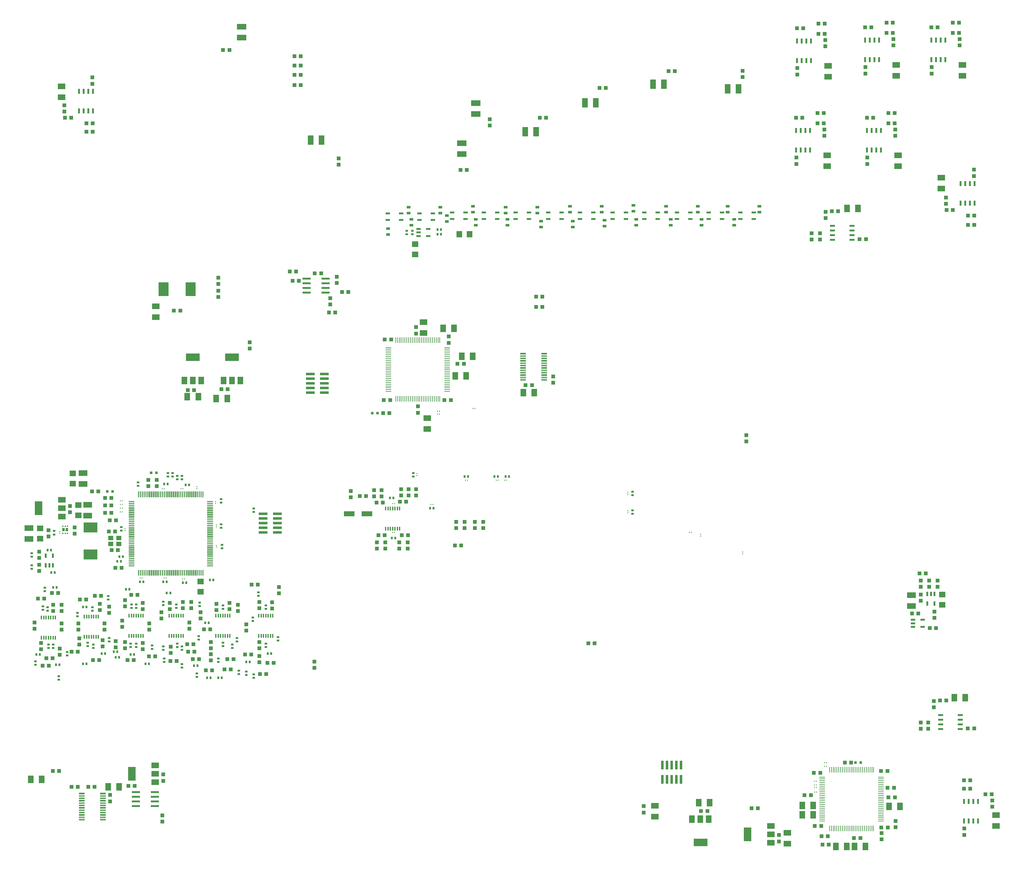
<source format=gbr>
G04 EAGLE Gerber RS-274X export*
G75*
%MOMM*%
%FSLAX34Y34*%
%LPD*%
%INSolderpaste Top*%
%IPPOS*%
%AMOC8*
5,1,8,0,0,1.08239X$1,22.5*%
G01*
%ADD10R,0.270000X1.500000*%
%ADD11R,1.500000X0.270000*%
%ADD12R,0.700000X0.600000*%
%ADD13R,1.400000X1.200000*%
%ADD14R,1.100000X1.000000*%
%ADD15R,1.800000X1.600000*%
%ADD16R,0.600000X0.700000*%
%ADD17C,0.070000*%
%ADD18R,1.000000X1.100000*%
%ADD19R,2.400000X0.760000*%
%ADD20R,0.800000X0.800000*%
%ADD21R,0.350000X0.250000*%
%ADD22R,0.250000X0.350000*%
%ADD23R,0.280000X0.430000*%
%ADD24R,1.200000X0.600000*%
%ADD25R,0.973900X0.798700*%
%ADD26R,0.760000X2.400000*%
%ADD27R,1.200000X0.550000*%
%ADD28R,0.304800X0.990600*%
%ADD29R,0.600000X1.200000*%
%ADD30R,2.400000X1.600000*%
%ADD31R,0.300000X0.450000*%
%ADD32R,0.650000X0.900000*%
%ADD33R,2.006600X1.498600*%
%ADD34R,2.006600X3.810000*%
%ADD35R,3.800000X2.800000*%
%ADD36R,1.498600X2.006600*%
%ADD37R,3.810000X2.006600*%
%ADD38R,1.080000X1.050000*%
%ADD39R,1.050000X1.080000*%
%ADD40R,2.000000X1.500000*%
%ADD41R,1.500000X2.000000*%
%ADD42C,0.102500*%
%ADD43R,0.600000X1.400000*%
%ADD44R,2.200000X0.600000*%
%ADD45R,1.500000X2.600000*%
%ADD46R,2.600000X1.500000*%
%ADD47R,1.400000X0.600000*%
%ADD48R,3.000000X1.400000*%
%ADD49R,0.430000X0.280000*%
%ADD50R,2.800000X3.800000*%
%ADD51R,1.600000X1.800000*%


D10*
X2348540Y323840D03*
X2343540Y323840D03*
X2338540Y323840D03*
X2333540Y323840D03*
X2328540Y323840D03*
X2323540Y323840D03*
X2318540Y323840D03*
X2313540Y323840D03*
X2308540Y323840D03*
X2303540Y323840D03*
X2298540Y323840D03*
X2293540Y323840D03*
X2288540Y323840D03*
X2283540Y323840D03*
X2278540Y323840D03*
X2273540Y323840D03*
X2268540Y323840D03*
X2263540Y323840D03*
X2258540Y323840D03*
X2253540Y323840D03*
X2248540Y323840D03*
X2243540Y323840D03*
X2238540Y323840D03*
X2233540Y323840D03*
X2228540Y323840D03*
D11*
X2208540Y303840D03*
X2208540Y298840D03*
X2208540Y293840D03*
X2208540Y288840D03*
X2208540Y283840D03*
X2208540Y278840D03*
X2208540Y273840D03*
X2208540Y268840D03*
X2208540Y263840D03*
X2208540Y258840D03*
X2208540Y253840D03*
X2208540Y248840D03*
X2208540Y243840D03*
X2208540Y238840D03*
X2208540Y233840D03*
X2208540Y228840D03*
X2208540Y223840D03*
X2208540Y218840D03*
X2208540Y213840D03*
X2208540Y208840D03*
X2208540Y203840D03*
X2208540Y198840D03*
X2208540Y193840D03*
X2208540Y188840D03*
X2208540Y183840D03*
D10*
X2228540Y163840D03*
X2233540Y163840D03*
X2238540Y163840D03*
X2243540Y163840D03*
X2248540Y163840D03*
X2253540Y163840D03*
X2258540Y163840D03*
X2263540Y163840D03*
X2268540Y163840D03*
X2273540Y163840D03*
X2278540Y163840D03*
X2283540Y163840D03*
X2288540Y163840D03*
X2293540Y163840D03*
X2298540Y163840D03*
X2303540Y163840D03*
X2308540Y163840D03*
X2313540Y163840D03*
X2318540Y163840D03*
X2323540Y163840D03*
X2328540Y163840D03*
X2333540Y163840D03*
X2338540Y163840D03*
X2343540Y163840D03*
X2348540Y163840D03*
D11*
X2368540Y183840D03*
X2368540Y188840D03*
X2368540Y193840D03*
X2368540Y198840D03*
X2368540Y203840D03*
X2368540Y208840D03*
X2368540Y213840D03*
X2368540Y218840D03*
X2368540Y223840D03*
X2368540Y228840D03*
X2368540Y233840D03*
X2368540Y238840D03*
X2368540Y243840D03*
X2368540Y248840D03*
X2368540Y253840D03*
X2368540Y258840D03*
X2368540Y263840D03*
X2368540Y268840D03*
X2368540Y273840D03*
X2368540Y278840D03*
X2368540Y283840D03*
X2368540Y288840D03*
X2368540Y293840D03*
X2368540Y298840D03*
X2368540Y303840D03*
D12*
X660400Y1026240D03*
X660400Y1036240D03*
D13*
X292940Y939420D03*
X292940Y955420D03*
X270940Y955420D03*
X270940Y939420D03*
D14*
X282820Y972820D03*
X265820Y972820D03*
X273440Y922020D03*
X290440Y922020D03*
D15*
X515620Y836960D03*
X515620Y808960D03*
D16*
X475060Y1099820D03*
X485060Y1099820D03*
D14*
X374142Y1096654D03*
X374142Y1113654D03*
D17*
X347890Y868390D02*
X347890Y853490D01*
X345790Y853490D01*
X345790Y868390D01*
X347890Y868390D01*
X347890Y854155D02*
X345790Y854155D01*
X345790Y854820D02*
X347890Y854820D01*
X347890Y855485D02*
X345790Y855485D01*
X345790Y856150D02*
X347890Y856150D01*
X347890Y856815D02*
X345790Y856815D01*
X345790Y857480D02*
X347890Y857480D01*
X347890Y858145D02*
X345790Y858145D01*
X345790Y858810D02*
X347890Y858810D01*
X347890Y859475D02*
X345790Y859475D01*
X345790Y860140D02*
X347890Y860140D01*
X347890Y860805D02*
X345790Y860805D01*
X345790Y861470D02*
X347890Y861470D01*
X347890Y862135D02*
X345790Y862135D01*
X345790Y862800D02*
X347890Y862800D01*
X347890Y863465D02*
X345790Y863465D01*
X345790Y864130D02*
X347890Y864130D01*
X347890Y864795D02*
X345790Y864795D01*
X345790Y865460D02*
X347890Y865460D01*
X347890Y866125D02*
X345790Y866125D01*
X345790Y866790D02*
X347890Y866790D01*
X347890Y867455D02*
X345790Y867455D01*
X345790Y868120D02*
X347890Y868120D01*
X352890Y868390D02*
X352890Y853490D01*
X350790Y853490D01*
X350790Y868390D01*
X352890Y868390D01*
X352890Y854155D02*
X350790Y854155D01*
X350790Y854820D02*
X352890Y854820D01*
X352890Y855485D02*
X350790Y855485D01*
X350790Y856150D02*
X352890Y856150D01*
X352890Y856815D02*
X350790Y856815D01*
X350790Y857480D02*
X352890Y857480D01*
X352890Y858145D02*
X350790Y858145D01*
X350790Y858810D02*
X352890Y858810D01*
X352890Y859475D02*
X350790Y859475D01*
X350790Y860140D02*
X352890Y860140D01*
X352890Y860805D02*
X350790Y860805D01*
X350790Y861470D02*
X352890Y861470D01*
X352890Y862135D02*
X350790Y862135D01*
X350790Y862800D02*
X352890Y862800D01*
X352890Y863465D02*
X350790Y863465D01*
X350790Y864130D02*
X352890Y864130D01*
X352890Y864795D02*
X350790Y864795D01*
X350790Y865460D02*
X352890Y865460D01*
X352890Y866125D02*
X350790Y866125D01*
X350790Y866790D02*
X352890Y866790D01*
X352890Y867455D02*
X350790Y867455D01*
X350790Y868120D02*
X352890Y868120D01*
X357890Y868390D02*
X357890Y853490D01*
X355790Y853490D01*
X355790Y868390D01*
X357890Y868390D01*
X357890Y854155D02*
X355790Y854155D01*
X355790Y854820D02*
X357890Y854820D01*
X357890Y855485D02*
X355790Y855485D01*
X355790Y856150D02*
X357890Y856150D01*
X357890Y856815D02*
X355790Y856815D01*
X355790Y857480D02*
X357890Y857480D01*
X357890Y858145D02*
X355790Y858145D01*
X355790Y858810D02*
X357890Y858810D01*
X357890Y859475D02*
X355790Y859475D01*
X355790Y860140D02*
X357890Y860140D01*
X357890Y860805D02*
X355790Y860805D01*
X355790Y861470D02*
X357890Y861470D01*
X357890Y862135D02*
X355790Y862135D01*
X355790Y862800D02*
X357890Y862800D01*
X357890Y863465D02*
X355790Y863465D01*
X355790Y864130D02*
X357890Y864130D01*
X357890Y864795D02*
X355790Y864795D01*
X355790Y865460D02*
X357890Y865460D01*
X357890Y866125D02*
X355790Y866125D01*
X355790Y866790D02*
X357890Y866790D01*
X357890Y867455D02*
X355790Y867455D01*
X355790Y868120D02*
X357890Y868120D01*
X362890Y868390D02*
X362890Y853490D01*
X360790Y853490D01*
X360790Y868390D01*
X362890Y868390D01*
X362890Y854155D02*
X360790Y854155D01*
X360790Y854820D02*
X362890Y854820D01*
X362890Y855485D02*
X360790Y855485D01*
X360790Y856150D02*
X362890Y856150D01*
X362890Y856815D02*
X360790Y856815D01*
X360790Y857480D02*
X362890Y857480D01*
X362890Y858145D02*
X360790Y858145D01*
X360790Y858810D02*
X362890Y858810D01*
X362890Y859475D02*
X360790Y859475D01*
X360790Y860140D02*
X362890Y860140D01*
X362890Y860805D02*
X360790Y860805D01*
X360790Y861470D02*
X362890Y861470D01*
X362890Y862135D02*
X360790Y862135D01*
X360790Y862800D02*
X362890Y862800D01*
X362890Y863465D02*
X360790Y863465D01*
X360790Y864130D02*
X362890Y864130D01*
X362890Y864795D02*
X360790Y864795D01*
X360790Y865460D02*
X362890Y865460D01*
X362890Y866125D02*
X360790Y866125D01*
X360790Y866790D02*
X362890Y866790D01*
X362890Y867455D02*
X360790Y867455D01*
X360790Y868120D02*
X362890Y868120D01*
X367890Y868390D02*
X367890Y853490D01*
X365790Y853490D01*
X365790Y868390D01*
X367890Y868390D01*
X367890Y854155D02*
X365790Y854155D01*
X365790Y854820D02*
X367890Y854820D01*
X367890Y855485D02*
X365790Y855485D01*
X365790Y856150D02*
X367890Y856150D01*
X367890Y856815D02*
X365790Y856815D01*
X365790Y857480D02*
X367890Y857480D01*
X367890Y858145D02*
X365790Y858145D01*
X365790Y858810D02*
X367890Y858810D01*
X367890Y859475D02*
X365790Y859475D01*
X365790Y860140D02*
X367890Y860140D01*
X367890Y860805D02*
X365790Y860805D01*
X365790Y861470D02*
X367890Y861470D01*
X367890Y862135D02*
X365790Y862135D01*
X365790Y862800D02*
X367890Y862800D01*
X367890Y863465D02*
X365790Y863465D01*
X365790Y864130D02*
X367890Y864130D01*
X367890Y864795D02*
X365790Y864795D01*
X365790Y865460D02*
X367890Y865460D01*
X367890Y866125D02*
X365790Y866125D01*
X365790Y866790D02*
X367890Y866790D01*
X367890Y867455D02*
X365790Y867455D01*
X365790Y868120D02*
X367890Y868120D01*
X372890Y868390D02*
X372890Y853490D01*
X370790Y853490D01*
X370790Y868390D01*
X372890Y868390D01*
X372890Y854155D02*
X370790Y854155D01*
X370790Y854820D02*
X372890Y854820D01*
X372890Y855485D02*
X370790Y855485D01*
X370790Y856150D02*
X372890Y856150D01*
X372890Y856815D02*
X370790Y856815D01*
X370790Y857480D02*
X372890Y857480D01*
X372890Y858145D02*
X370790Y858145D01*
X370790Y858810D02*
X372890Y858810D01*
X372890Y859475D02*
X370790Y859475D01*
X370790Y860140D02*
X372890Y860140D01*
X372890Y860805D02*
X370790Y860805D01*
X370790Y861470D02*
X372890Y861470D01*
X372890Y862135D02*
X370790Y862135D01*
X370790Y862800D02*
X372890Y862800D01*
X372890Y863465D02*
X370790Y863465D01*
X370790Y864130D02*
X372890Y864130D01*
X372890Y864795D02*
X370790Y864795D01*
X370790Y865460D02*
X372890Y865460D01*
X372890Y866125D02*
X370790Y866125D01*
X370790Y866790D02*
X372890Y866790D01*
X372890Y867455D02*
X370790Y867455D01*
X370790Y868120D02*
X372890Y868120D01*
X377890Y868390D02*
X377890Y853490D01*
X375790Y853490D01*
X375790Y868390D01*
X377890Y868390D01*
X377890Y854155D02*
X375790Y854155D01*
X375790Y854820D02*
X377890Y854820D01*
X377890Y855485D02*
X375790Y855485D01*
X375790Y856150D02*
X377890Y856150D01*
X377890Y856815D02*
X375790Y856815D01*
X375790Y857480D02*
X377890Y857480D01*
X377890Y858145D02*
X375790Y858145D01*
X375790Y858810D02*
X377890Y858810D01*
X377890Y859475D02*
X375790Y859475D01*
X375790Y860140D02*
X377890Y860140D01*
X377890Y860805D02*
X375790Y860805D01*
X375790Y861470D02*
X377890Y861470D01*
X377890Y862135D02*
X375790Y862135D01*
X375790Y862800D02*
X377890Y862800D01*
X377890Y863465D02*
X375790Y863465D01*
X375790Y864130D02*
X377890Y864130D01*
X377890Y864795D02*
X375790Y864795D01*
X375790Y865460D02*
X377890Y865460D01*
X377890Y866125D02*
X375790Y866125D01*
X375790Y866790D02*
X377890Y866790D01*
X377890Y867455D02*
X375790Y867455D01*
X375790Y868120D02*
X377890Y868120D01*
X382890Y868390D02*
X382890Y853490D01*
X380790Y853490D01*
X380790Y868390D01*
X382890Y868390D01*
X382890Y854155D02*
X380790Y854155D01*
X380790Y854820D02*
X382890Y854820D01*
X382890Y855485D02*
X380790Y855485D01*
X380790Y856150D02*
X382890Y856150D01*
X382890Y856815D02*
X380790Y856815D01*
X380790Y857480D02*
X382890Y857480D01*
X382890Y858145D02*
X380790Y858145D01*
X380790Y858810D02*
X382890Y858810D01*
X382890Y859475D02*
X380790Y859475D01*
X380790Y860140D02*
X382890Y860140D01*
X382890Y860805D02*
X380790Y860805D01*
X380790Y861470D02*
X382890Y861470D01*
X382890Y862135D02*
X380790Y862135D01*
X380790Y862800D02*
X382890Y862800D01*
X382890Y863465D02*
X380790Y863465D01*
X380790Y864130D02*
X382890Y864130D01*
X382890Y864795D02*
X380790Y864795D01*
X380790Y865460D02*
X382890Y865460D01*
X382890Y866125D02*
X380790Y866125D01*
X380790Y866790D02*
X382890Y866790D01*
X382890Y867455D02*
X380790Y867455D01*
X380790Y868120D02*
X382890Y868120D01*
X387890Y868390D02*
X387890Y853490D01*
X385790Y853490D01*
X385790Y868390D01*
X387890Y868390D01*
X387890Y854155D02*
X385790Y854155D01*
X385790Y854820D02*
X387890Y854820D01*
X387890Y855485D02*
X385790Y855485D01*
X385790Y856150D02*
X387890Y856150D01*
X387890Y856815D02*
X385790Y856815D01*
X385790Y857480D02*
X387890Y857480D01*
X387890Y858145D02*
X385790Y858145D01*
X385790Y858810D02*
X387890Y858810D01*
X387890Y859475D02*
X385790Y859475D01*
X385790Y860140D02*
X387890Y860140D01*
X387890Y860805D02*
X385790Y860805D01*
X385790Y861470D02*
X387890Y861470D01*
X387890Y862135D02*
X385790Y862135D01*
X385790Y862800D02*
X387890Y862800D01*
X387890Y863465D02*
X385790Y863465D01*
X385790Y864130D02*
X387890Y864130D01*
X387890Y864795D02*
X385790Y864795D01*
X385790Y865460D02*
X387890Y865460D01*
X387890Y866125D02*
X385790Y866125D01*
X385790Y866790D02*
X387890Y866790D01*
X387890Y867455D02*
X385790Y867455D01*
X385790Y868120D02*
X387890Y868120D01*
X392890Y868390D02*
X392890Y853490D01*
X390790Y853490D01*
X390790Y868390D01*
X392890Y868390D01*
X392890Y854155D02*
X390790Y854155D01*
X390790Y854820D02*
X392890Y854820D01*
X392890Y855485D02*
X390790Y855485D01*
X390790Y856150D02*
X392890Y856150D01*
X392890Y856815D02*
X390790Y856815D01*
X390790Y857480D02*
X392890Y857480D01*
X392890Y858145D02*
X390790Y858145D01*
X390790Y858810D02*
X392890Y858810D01*
X392890Y859475D02*
X390790Y859475D01*
X390790Y860140D02*
X392890Y860140D01*
X392890Y860805D02*
X390790Y860805D01*
X390790Y861470D02*
X392890Y861470D01*
X392890Y862135D02*
X390790Y862135D01*
X390790Y862800D02*
X392890Y862800D01*
X392890Y863465D02*
X390790Y863465D01*
X390790Y864130D02*
X392890Y864130D01*
X392890Y864795D02*
X390790Y864795D01*
X390790Y865460D02*
X392890Y865460D01*
X392890Y866125D02*
X390790Y866125D01*
X390790Y866790D02*
X392890Y866790D01*
X392890Y867455D02*
X390790Y867455D01*
X390790Y868120D02*
X392890Y868120D01*
X397890Y868390D02*
X397890Y853490D01*
X395790Y853490D01*
X395790Y868390D01*
X397890Y868390D01*
X397890Y854155D02*
X395790Y854155D01*
X395790Y854820D02*
X397890Y854820D01*
X397890Y855485D02*
X395790Y855485D01*
X395790Y856150D02*
X397890Y856150D01*
X397890Y856815D02*
X395790Y856815D01*
X395790Y857480D02*
X397890Y857480D01*
X397890Y858145D02*
X395790Y858145D01*
X395790Y858810D02*
X397890Y858810D01*
X397890Y859475D02*
X395790Y859475D01*
X395790Y860140D02*
X397890Y860140D01*
X397890Y860805D02*
X395790Y860805D01*
X395790Y861470D02*
X397890Y861470D01*
X397890Y862135D02*
X395790Y862135D01*
X395790Y862800D02*
X397890Y862800D01*
X397890Y863465D02*
X395790Y863465D01*
X395790Y864130D02*
X397890Y864130D01*
X397890Y864795D02*
X395790Y864795D01*
X395790Y865460D02*
X397890Y865460D01*
X397890Y866125D02*
X395790Y866125D01*
X395790Y866790D02*
X397890Y866790D01*
X397890Y867455D02*
X395790Y867455D01*
X395790Y868120D02*
X397890Y868120D01*
X402890Y868390D02*
X402890Y853490D01*
X400790Y853490D01*
X400790Y868390D01*
X402890Y868390D01*
X402890Y854155D02*
X400790Y854155D01*
X400790Y854820D02*
X402890Y854820D01*
X402890Y855485D02*
X400790Y855485D01*
X400790Y856150D02*
X402890Y856150D01*
X402890Y856815D02*
X400790Y856815D01*
X400790Y857480D02*
X402890Y857480D01*
X402890Y858145D02*
X400790Y858145D01*
X400790Y858810D02*
X402890Y858810D01*
X402890Y859475D02*
X400790Y859475D01*
X400790Y860140D02*
X402890Y860140D01*
X402890Y860805D02*
X400790Y860805D01*
X400790Y861470D02*
X402890Y861470D01*
X402890Y862135D02*
X400790Y862135D01*
X400790Y862800D02*
X402890Y862800D01*
X402890Y863465D02*
X400790Y863465D01*
X400790Y864130D02*
X402890Y864130D01*
X402890Y864795D02*
X400790Y864795D01*
X400790Y865460D02*
X402890Y865460D01*
X402890Y866125D02*
X400790Y866125D01*
X400790Y866790D02*
X402890Y866790D01*
X402890Y867455D02*
X400790Y867455D01*
X400790Y868120D02*
X402890Y868120D01*
X407890Y868390D02*
X407890Y853490D01*
X405790Y853490D01*
X405790Y868390D01*
X407890Y868390D01*
X407890Y854155D02*
X405790Y854155D01*
X405790Y854820D02*
X407890Y854820D01*
X407890Y855485D02*
X405790Y855485D01*
X405790Y856150D02*
X407890Y856150D01*
X407890Y856815D02*
X405790Y856815D01*
X405790Y857480D02*
X407890Y857480D01*
X407890Y858145D02*
X405790Y858145D01*
X405790Y858810D02*
X407890Y858810D01*
X407890Y859475D02*
X405790Y859475D01*
X405790Y860140D02*
X407890Y860140D01*
X407890Y860805D02*
X405790Y860805D01*
X405790Y861470D02*
X407890Y861470D01*
X407890Y862135D02*
X405790Y862135D01*
X405790Y862800D02*
X407890Y862800D01*
X407890Y863465D02*
X405790Y863465D01*
X405790Y864130D02*
X407890Y864130D01*
X407890Y864795D02*
X405790Y864795D01*
X405790Y865460D02*
X407890Y865460D01*
X407890Y866125D02*
X405790Y866125D01*
X405790Y866790D02*
X407890Y866790D01*
X407890Y867455D02*
X405790Y867455D01*
X405790Y868120D02*
X407890Y868120D01*
X412890Y868390D02*
X412890Y853490D01*
X410790Y853490D01*
X410790Y868390D01*
X412890Y868390D01*
X412890Y854155D02*
X410790Y854155D01*
X410790Y854820D02*
X412890Y854820D01*
X412890Y855485D02*
X410790Y855485D01*
X410790Y856150D02*
X412890Y856150D01*
X412890Y856815D02*
X410790Y856815D01*
X410790Y857480D02*
X412890Y857480D01*
X412890Y858145D02*
X410790Y858145D01*
X410790Y858810D02*
X412890Y858810D01*
X412890Y859475D02*
X410790Y859475D01*
X410790Y860140D02*
X412890Y860140D01*
X412890Y860805D02*
X410790Y860805D01*
X410790Y861470D02*
X412890Y861470D01*
X412890Y862135D02*
X410790Y862135D01*
X410790Y862800D02*
X412890Y862800D01*
X412890Y863465D02*
X410790Y863465D01*
X410790Y864130D02*
X412890Y864130D01*
X412890Y864795D02*
X410790Y864795D01*
X410790Y865460D02*
X412890Y865460D01*
X412890Y866125D02*
X410790Y866125D01*
X410790Y866790D02*
X412890Y866790D01*
X412890Y867455D02*
X410790Y867455D01*
X410790Y868120D02*
X412890Y868120D01*
X417890Y868390D02*
X417890Y853490D01*
X415790Y853490D01*
X415790Y868390D01*
X417890Y868390D01*
X417890Y854155D02*
X415790Y854155D01*
X415790Y854820D02*
X417890Y854820D01*
X417890Y855485D02*
X415790Y855485D01*
X415790Y856150D02*
X417890Y856150D01*
X417890Y856815D02*
X415790Y856815D01*
X415790Y857480D02*
X417890Y857480D01*
X417890Y858145D02*
X415790Y858145D01*
X415790Y858810D02*
X417890Y858810D01*
X417890Y859475D02*
X415790Y859475D01*
X415790Y860140D02*
X417890Y860140D01*
X417890Y860805D02*
X415790Y860805D01*
X415790Y861470D02*
X417890Y861470D01*
X417890Y862135D02*
X415790Y862135D01*
X415790Y862800D02*
X417890Y862800D01*
X417890Y863465D02*
X415790Y863465D01*
X415790Y864130D02*
X417890Y864130D01*
X417890Y864795D02*
X415790Y864795D01*
X415790Y865460D02*
X417890Y865460D01*
X417890Y866125D02*
X415790Y866125D01*
X415790Y866790D02*
X417890Y866790D01*
X417890Y867455D02*
X415790Y867455D01*
X415790Y868120D02*
X417890Y868120D01*
X422890Y868390D02*
X422890Y853490D01*
X420790Y853490D01*
X420790Y868390D01*
X422890Y868390D01*
X422890Y854155D02*
X420790Y854155D01*
X420790Y854820D02*
X422890Y854820D01*
X422890Y855485D02*
X420790Y855485D01*
X420790Y856150D02*
X422890Y856150D01*
X422890Y856815D02*
X420790Y856815D01*
X420790Y857480D02*
X422890Y857480D01*
X422890Y858145D02*
X420790Y858145D01*
X420790Y858810D02*
X422890Y858810D01*
X422890Y859475D02*
X420790Y859475D01*
X420790Y860140D02*
X422890Y860140D01*
X422890Y860805D02*
X420790Y860805D01*
X420790Y861470D02*
X422890Y861470D01*
X422890Y862135D02*
X420790Y862135D01*
X420790Y862800D02*
X422890Y862800D01*
X422890Y863465D02*
X420790Y863465D01*
X420790Y864130D02*
X422890Y864130D01*
X422890Y864795D02*
X420790Y864795D01*
X420790Y865460D02*
X422890Y865460D01*
X422890Y866125D02*
X420790Y866125D01*
X420790Y866790D02*
X422890Y866790D01*
X422890Y867455D02*
X420790Y867455D01*
X420790Y868120D02*
X422890Y868120D01*
X427890Y868390D02*
X427890Y853490D01*
X425790Y853490D01*
X425790Y868390D01*
X427890Y868390D01*
X427890Y854155D02*
X425790Y854155D01*
X425790Y854820D02*
X427890Y854820D01*
X427890Y855485D02*
X425790Y855485D01*
X425790Y856150D02*
X427890Y856150D01*
X427890Y856815D02*
X425790Y856815D01*
X425790Y857480D02*
X427890Y857480D01*
X427890Y858145D02*
X425790Y858145D01*
X425790Y858810D02*
X427890Y858810D01*
X427890Y859475D02*
X425790Y859475D01*
X425790Y860140D02*
X427890Y860140D01*
X427890Y860805D02*
X425790Y860805D01*
X425790Y861470D02*
X427890Y861470D01*
X427890Y862135D02*
X425790Y862135D01*
X425790Y862800D02*
X427890Y862800D01*
X427890Y863465D02*
X425790Y863465D01*
X425790Y864130D02*
X427890Y864130D01*
X427890Y864795D02*
X425790Y864795D01*
X425790Y865460D02*
X427890Y865460D01*
X427890Y866125D02*
X425790Y866125D01*
X425790Y866790D02*
X427890Y866790D01*
X427890Y867455D02*
X425790Y867455D01*
X425790Y868120D02*
X427890Y868120D01*
X432890Y868390D02*
X432890Y853490D01*
X430790Y853490D01*
X430790Y868390D01*
X432890Y868390D01*
X432890Y854155D02*
X430790Y854155D01*
X430790Y854820D02*
X432890Y854820D01*
X432890Y855485D02*
X430790Y855485D01*
X430790Y856150D02*
X432890Y856150D01*
X432890Y856815D02*
X430790Y856815D01*
X430790Y857480D02*
X432890Y857480D01*
X432890Y858145D02*
X430790Y858145D01*
X430790Y858810D02*
X432890Y858810D01*
X432890Y859475D02*
X430790Y859475D01*
X430790Y860140D02*
X432890Y860140D01*
X432890Y860805D02*
X430790Y860805D01*
X430790Y861470D02*
X432890Y861470D01*
X432890Y862135D02*
X430790Y862135D01*
X430790Y862800D02*
X432890Y862800D01*
X432890Y863465D02*
X430790Y863465D01*
X430790Y864130D02*
X432890Y864130D01*
X432890Y864795D02*
X430790Y864795D01*
X430790Y865460D02*
X432890Y865460D01*
X432890Y866125D02*
X430790Y866125D01*
X430790Y866790D02*
X432890Y866790D01*
X432890Y867455D02*
X430790Y867455D01*
X430790Y868120D02*
X432890Y868120D01*
X437890Y868390D02*
X437890Y853490D01*
X435790Y853490D01*
X435790Y868390D01*
X437890Y868390D01*
X437890Y854155D02*
X435790Y854155D01*
X435790Y854820D02*
X437890Y854820D01*
X437890Y855485D02*
X435790Y855485D01*
X435790Y856150D02*
X437890Y856150D01*
X437890Y856815D02*
X435790Y856815D01*
X435790Y857480D02*
X437890Y857480D01*
X437890Y858145D02*
X435790Y858145D01*
X435790Y858810D02*
X437890Y858810D01*
X437890Y859475D02*
X435790Y859475D01*
X435790Y860140D02*
X437890Y860140D01*
X437890Y860805D02*
X435790Y860805D01*
X435790Y861470D02*
X437890Y861470D01*
X437890Y862135D02*
X435790Y862135D01*
X435790Y862800D02*
X437890Y862800D01*
X437890Y863465D02*
X435790Y863465D01*
X435790Y864130D02*
X437890Y864130D01*
X437890Y864795D02*
X435790Y864795D01*
X435790Y865460D02*
X437890Y865460D01*
X437890Y866125D02*
X435790Y866125D01*
X435790Y866790D02*
X437890Y866790D01*
X437890Y867455D02*
X435790Y867455D01*
X435790Y868120D02*
X437890Y868120D01*
X442890Y868390D02*
X442890Y853490D01*
X440790Y853490D01*
X440790Y868390D01*
X442890Y868390D01*
X442890Y854155D02*
X440790Y854155D01*
X440790Y854820D02*
X442890Y854820D01*
X442890Y855485D02*
X440790Y855485D01*
X440790Y856150D02*
X442890Y856150D01*
X442890Y856815D02*
X440790Y856815D01*
X440790Y857480D02*
X442890Y857480D01*
X442890Y858145D02*
X440790Y858145D01*
X440790Y858810D02*
X442890Y858810D01*
X442890Y859475D02*
X440790Y859475D01*
X440790Y860140D02*
X442890Y860140D01*
X442890Y860805D02*
X440790Y860805D01*
X440790Y861470D02*
X442890Y861470D01*
X442890Y862135D02*
X440790Y862135D01*
X440790Y862800D02*
X442890Y862800D01*
X442890Y863465D02*
X440790Y863465D01*
X440790Y864130D02*
X442890Y864130D01*
X442890Y864795D02*
X440790Y864795D01*
X440790Y865460D02*
X442890Y865460D01*
X442890Y866125D02*
X440790Y866125D01*
X440790Y866790D02*
X442890Y866790D01*
X442890Y867455D02*
X440790Y867455D01*
X440790Y868120D02*
X442890Y868120D01*
X447890Y868390D02*
X447890Y853490D01*
X445790Y853490D01*
X445790Y868390D01*
X447890Y868390D01*
X447890Y854155D02*
X445790Y854155D01*
X445790Y854820D02*
X447890Y854820D01*
X447890Y855485D02*
X445790Y855485D01*
X445790Y856150D02*
X447890Y856150D01*
X447890Y856815D02*
X445790Y856815D01*
X445790Y857480D02*
X447890Y857480D01*
X447890Y858145D02*
X445790Y858145D01*
X445790Y858810D02*
X447890Y858810D01*
X447890Y859475D02*
X445790Y859475D01*
X445790Y860140D02*
X447890Y860140D01*
X447890Y860805D02*
X445790Y860805D01*
X445790Y861470D02*
X447890Y861470D01*
X447890Y862135D02*
X445790Y862135D01*
X445790Y862800D02*
X447890Y862800D01*
X447890Y863465D02*
X445790Y863465D01*
X445790Y864130D02*
X447890Y864130D01*
X447890Y864795D02*
X445790Y864795D01*
X445790Y865460D02*
X447890Y865460D01*
X447890Y866125D02*
X445790Y866125D01*
X445790Y866790D02*
X447890Y866790D01*
X447890Y867455D02*
X445790Y867455D01*
X445790Y868120D02*
X447890Y868120D01*
X452890Y868390D02*
X452890Y853490D01*
X450790Y853490D01*
X450790Y868390D01*
X452890Y868390D01*
X452890Y854155D02*
X450790Y854155D01*
X450790Y854820D02*
X452890Y854820D01*
X452890Y855485D02*
X450790Y855485D01*
X450790Y856150D02*
X452890Y856150D01*
X452890Y856815D02*
X450790Y856815D01*
X450790Y857480D02*
X452890Y857480D01*
X452890Y858145D02*
X450790Y858145D01*
X450790Y858810D02*
X452890Y858810D01*
X452890Y859475D02*
X450790Y859475D01*
X450790Y860140D02*
X452890Y860140D01*
X452890Y860805D02*
X450790Y860805D01*
X450790Y861470D02*
X452890Y861470D01*
X452890Y862135D02*
X450790Y862135D01*
X450790Y862800D02*
X452890Y862800D01*
X452890Y863465D02*
X450790Y863465D01*
X450790Y864130D02*
X452890Y864130D01*
X452890Y864795D02*
X450790Y864795D01*
X450790Y865460D02*
X452890Y865460D01*
X452890Y866125D02*
X450790Y866125D01*
X450790Y866790D02*
X452890Y866790D01*
X452890Y867455D02*
X450790Y867455D01*
X450790Y868120D02*
X452890Y868120D01*
X457890Y868390D02*
X457890Y853490D01*
X455790Y853490D01*
X455790Y868390D01*
X457890Y868390D01*
X457890Y854155D02*
X455790Y854155D01*
X455790Y854820D02*
X457890Y854820D01*
X457890Y855485D02*
X455790Y855485D01*
X455790Y856150D02*
X457890Y856150D01*
X457890Y856815D02*
X455790Y856815D01*
X455790Y857480D02*
X457890Y857480D01*
X457890Y858145D02*
X455790Y858145D01*
X455790Y858810D02*
X457890Y858810D01*
X457890Y859475D02*
X455790Y859475D01*
X455790Y860140D02*
X457890Y860140D01*
X457890Y860805D02*
X455790Y860805D01*
X455790Y861470D02*
X457890Y861470D01*
X457890Y862135D02*
X455790Y862135D01*
X455790Y862800D02*
X457890Y862800D01*
X457890Y863465D02*
X455790Y863465D01*
X455790Y864130D02*
X457890Y864130D01*
X457890Y864795D02*
X455790Y864795D01*
X455790Y865460D02*
X457890Y865460D01*
X457890Y866125D02*
X455790Y866125D01*
X455790Y866790D02*
X457890Y866790D01*
X457890Y867455D02*
X455790Y867455D01*
X455790Y868120D02*
X457890Y868120D01*
X462890Y868390D02*
X462890Y853490D01*
X460790Y853490D01*
X460790Y868390D01*
X462890Y868390D01*
X462890Y854155D02*
X460790Y854155D01*
X460790Y854820D02*
X462890Y854820D01*
X462890Y855485D02*
X460790Y855485D01*
X460790Y856150D02*
X462890Y856150D01*
X462890Y856815D02*
X460790Y856815D01*
X460790Y857480D02*
X462890Y857480D01*
X462890Y858145D02*
X460790Y858145D01*
X460790Y858810D02*
X462890Y858810D01*
X462890Y859475D02*
X460790Y859475D01*
X460790Y860140D02*
X462890Y860140D01*
X462890Y860805D02*
X460790Y860805D01*
X460790Y861470D02*
X462890Y861470D01*
X462890Y862135D02*
X460790Y862135D01*
X460790Y862800D02*
X462890Y862800D01*
X462890Y863465D02*
X460790Y863465D01*
X460790Y864130D02*
X462890Y864130D01*
X462890Y864795D02*
X460790Y864795D01*
X460790Y865460D02*
X462890Y865460D01*
X462890Y866125D02*
X460790Y866125D01*
X460790Y866790D02*
X462890Y866790D01*
X462890Y867455D02*
X460790Y867455D01*
X460790Y868120D02*
X462890Y868120D01*
X467890Y868390D02*
X467890Y853490D01*
X465790Y853490D01*
X465790Y868390D01*
X467890Y868390D01*
X467890Y854155D02*
X465790Y854155D01*
X465790Y854820D02*
X467890Y854820D01*
X467890Y855485D02*
X465790Y855485D01*
X465790Y856150D02*
X467890Y856150D01*
X467890Y856815D02*
X465790Y856815D01*
X465790Y857480D02*
X467890Y857480D01*
X467890Y858145D02*
X465790Y858145D01*
X465790Y858810D02*
X467890Y858810D01*
X467890Y859475D02*
X465790Y859475D01*
X465790Y860140D02*
X467890Y860140D01*
X467890Y860805D02*
X465790Y860805D01*
X465790Y861470D02*
X467890Y861470D01*
X467890Y862135D02*
X465790Y862135D01*
X465790Y862800D02*
X467890Y862800D01*
X467890Y863465D02*
X465790Y863465D01*
X465790Y864130D02*
X467890Y864130D01*
X467890Y864795D02*
X465790Y864795D01*
X465790Y865460D02*
X467890Y865460D01*
X467890Y866125D02*
X465790Y866125D01*
X465790Y866790D02*
X467890Y866790D01*
X467890Y867455D02*
X465790Y867455D01*
X465790Y868120D02*
X467890Y868120D01*
X472890Y868390D02*
X472890Y853490D01*
X470790Y853490D01*
X470790Y868390D01*
X472890Y868390D01*
X472890Y854155D02*
X470790Y854155D01*
X470790Y854820D02*
X472890Y854820D01*
X472890Y855485D02*
X470790Y855485D01*
X470790Y856150D02*
X472890Y856150D01*
X472890Y856815D02*
X470790Y856815D01*
X470790Y857480D02*
X472890Y857480D01*
X472890Y858145D02*
X470790Y858145D01*
X470790Y858810D02*
X472890Y858810D01*
X472890Y859475D02*
X470790Y859475D01*
X470790Y860140D02*
X472890Y860140D01*
X472890Y860805D02*
X470790Y860805D01*
X470790Y861470D02*
X472890Y861470D01*
X472890Y862135D02*
X470790Y862135D01*
X470790Y862800D02*
X472890Y862800D01*
X472890Y863465D02*
X470790Y863465D01*
X470790Y864130D02*
X472890Y864130D01*
X472890Y864795D02*
X470790Y864795D01*
X470790Y865460D02*
X472890Y865460D01*
X472890Y866125D02*
X470790Y866125D01*
X470790Y866790D02*
X472890Y866790D01*
X472890Y867455D02*
X470790Y867455D01*
X470790Y868120D02*
X472890Y868120D01*
X477890Y868390D02*
X477890Y853490D01*
X475790Y853490D01*
X475790Y868390D01*
X477890Y868390D01*
X477890Y854155D02*
X475790Y854155D01*
X475790Y854820D02*
X477890Y854820D01*
X477890Y855485D02*
X475790Y855485D01*
X475790Y856150D02*
X477890Y856150D01*
X477890Y856815D02*
X475790Y856815D01*
X475790Y857480D02*
X477890Y857480D01*
X477890Y858145D02*
X475790Y858145D01*
X475790Y858810D02*
X477890Y858810D01*
X477890Y859475D02*
X475790Y859475D01*
X475790Y860140D02*
X477890Y860140D01*
X477890Y860805D02*
X475790Y860805D01*
X475790Y861470D02*
X477890Y861470D01*
X477890Y862135D02*
X475790Y862135D01*
X475790Y862800D02*
X477890Y862800D01*
X477890Y863465D02*
X475790Y863465D01*
X475790Y864130D02*
X477890Y864130D01*
X477890Y864795D02*
X475790Y864795D01*
X475790Y865460D02*
X477890Y865460D01*
X477890Y866125D02*
X475790Y866125D01*
X475790Y866790D02*
X477890Y866790D01*
X477890Y867455D02*
X475790Y867455D01*
X475790Y868120D02*
X477890Y868120D01*
X482890Y868390D02*
X482890Y853490D01*
X480790Y853490D01*
X480790Y868390D01*
X482890Y868390D01*
X482890Y854155D02*
X480790Y854155D01*
X480790Y854820D02*
X482890Y854820D01*
X482890Y855485D02*
X480790Y855485D01*
X480790Y856150D02*
X482890Y856150D01*
X482890Y856815D02*
X480790Y856815D01*
X480790Y857480D02*
X482890Y857480D01*
X482890Y858145D02*
X480790Y858145D01*
X480790Y858810D02*
X482890Y858810D01*
X482890Y859475D02*
X480790Y859475D01*
X480790Y860140D02*
X482890Y860140D01*
X482890Y860805D02*
X480790Y860805D01*
X480790Y861470D02*
X482890Y861470D01*
X482890Y862135D02*
X480790Y862135D01*
X480790Y862800D02*
X482890Y862800D01*
X482890Y863465D02*
X480790Y863465D01*
X480790Y864130D02*
X482890Y864130D01*
X482890Y864795D02*
X480790Y864795D01*
X480790Y865460D02*
X482890Y865460D01*
X482890Y866125D02*
X480790Y866125D01*
X480790Y866790D02*
X482890Y866790D01*
X482890Y867455D02*
X480790Y867455D01*
X480790Y868120D02*
X482890Y868120D01*
X487890Y868390D02*
X487890Y853490D01*
X485790Y853490D01*
X485790Y868390D01*
X487890Y868390D01*
X487890Y854155D02*
X485790Y854155D01*
X485790Y854820D02*
X487890Y854820D01*
X487890Y855485D02*
X485790Y855485D01*
X485790Y856150D02*
X487890Y856150D01*
X487890Y856815D02*
X485790Y856815D01*
X485790Y857480D02*
X487890Y857480D01*
X487890Y858145D02*
X485790Y858145D01*
X485790Y858810D02*
X487890Y858810D01*
X487890Y859475D02*
X485790Y859475D01*
X485790Y860140D02*
X487890Y860140D01*
X487890Y860805D02*
X485790Y860805D01*
X485790Y861470D02*
X487890Y861470D01*
X487890Y862135D02*
X485790Y862135D01*
X485790Y862800D02*
X487890Y862800D01*
X487890Y863465D02*
X485790Y863465D01*
X485790Y864130D02*
X487890Y864130D01*
X487890Y864795D02*
X485790Y864795D01*
X485790Y865460D02*
X487890Y865460D01*
X487890Y866125D02*
X485790Y866125D01*
X485790Y866790D02*
X487890Y866790D01*
X487890Y867455D02*
X485790Y867455D01*
X485790Y868120D02*
X487890Y868120D01*
X492890Y868390D02*
X492890Y853490D01*
X490790Y853490D01*
X490790Y868390D01*
X492890Y868390D01*
X492890Y854155D02*
X490790Y854155D01*
X490790Y854820D02*
X492890Y854820D01*
X492890Y855485D02*
X490790Y855485D01*
X490790Y856150D02*
X492890Y856150D01*
X492890Y856815D02*
X490790Y856815D01*
X490790Y857480D02*
X492890Y857480D01*
X492890Y858145D02*
X490790Y858145D01*
X490790Y858810D02*
X492890Y858810D01*
X492890Y859475D02*
X490790Y859475D01*
X490790Y860140D02*
X492890Y860140D01*
X492890Y860805D02*
X490790Y860805D01*
X490790Y861470D02*
X492890Y861470D01*
X492890Y862135D02*
X490790Y862135D01*
X490790Y862800D02*
X492890Y862800D01*
X492890Y863465D02*
X490790Y863465D01*
X490790Y864130D02*
X492890Y864130D01*
X492890Y864795D02*
X490790Y864795D01*
X490790Y865460D02*
X492890Y865460D01*
X492890Y866125D02*
X490790Y866125D01*
X490790Y866790D02*
X492890Y866790D01*
X492890Y867455D02*
X490790Y867455D01*
X490790Y868120D02*
X492890Y868120D01*
X497890Y868390D02*
X497890Y853490D01*
X495790Y853490D01*
X495790Y868390D01*
X497890Y868390D01*
X497890Y854155D02*
X495790Y854155D01*
X495790Y854820D02*
X497890Y854820D01*
X497890Y855485D02*
X495790Y855485D01*
X495790Y856150D02*
X497890Y856150D01*
X497890Y856815D02*
X495790Y856815D01*
X495790Y857480D02*
X497890Y857480D01*
X497890Y858145D02*
X495790Y858145D01*
X495790Y858810D02*
X497890Y858810D01*
X497890Y859475D02*
X495790Y859475D01*
X495790Y860140D02*
X497890Y860140D01*
X497890Y860805D02*
X495790Y860805D01*
X495790Y861470D02*
X497890Y861470D01*
X497890Y862135D02*
X495790Y862135D01*
X495790Y862800D02*
X497890Y862800D01*
X497890Y863465D02*
X495790Y863465D01*
X495790Y864130D02*
X497890Y864130D01*
X497890Y864795D02*
X495790Y864795D01*
X495790Y865460D02*
X497890Y865460D01*
X497890Y866125D02*
X495790Y866125D01*
X495790Y866790D02*
X497890Y866790D01*
X497890Y867455D02*
X495790Y867455D01*
X495790Y868120D02*
X497890Y868120D01*
X502890Y868390D02*
X502890Y853490D01*
X500790Y853490D01*
X500790Y868390D01*
X502890Y868390D01*
X502890Y854155D02*
X500790Y854155D01*
X500790Y854820D02*
X502890Y854820D01*
X502890Y855485D02*
X500790Y855485D01*
X500790Y856150D02*
X502890Y856150D01*
X502890Y856815D02*
X500790Y856815D01*
X500790Y857480D02*
X502890Y857480D01*
X502890Y858145D02*
X500790Y858145D01*
X500790Y858810D02*
X502890Y858810D01*
X502890Y859475D02*
X500790Y859475D01*
X500790Y860140D02*
X502890Y860140D01*
X502890Y860805D02*
X500790Y860805D01*
X500790Y861470D02*
X502890Y861470D01*
X502890Y862135D02*
X500790Y862135D01*
X500790Y862800D02*
X502890Y862800D01*
X502890Y863465D02*
X500790Y863465D01*
X500790Y864130D02*
X502890Y864130D01*
X502890Y864795D02*
X500790Y864795D01*
X500790Y865460D02*
X502890Y865460D01*
X502890Y866125D02*
X500790Y866125D01*
X500790Y866790D02*
X502890Y866790D01*
X502890Y867455D02*
X500790Y867455D01*
X500790Y868120D02*
X502890Y868120D01*
X507890Y868390D02*
X507890Y853490D01*
X505790Y853490D01*
X505790Y868390D01*
X507890Y868390D01*
X507890Y854155D02*
X505790Y854155D01*
X505790Y854820D02*
X507890Y854820D01*
X507890Y855485D02*
X505790Y855485D01*
X505790Y856150D02*
X507890Y856150D01*
X507890Y856815D02*
X505790Y856815D01*
X505790Y857480D02*
X507890Y857480D01*
X507890Y858145D02*
X505790Y858145D01*
X505790Y858810D02*
X507890Y858810D01*
X507890Y859475D02*
X505790Y859475D01*
X505790Y860140D02*
X507890Y860140D01*
X507890Y860805D02*
X505790Y860805D01*
X505790Y861470D02*
X507890Y861470D01*
X507890Y862135D02*
X505790Y862135D01*
X505790Y862800D02*
X507890Y862800D01*
X507890Y863465D02*
X505790Y863465D01*
X505790Y864130D02*
X507890Y864130D01*
X507890Y864795D02*
X505790Y864795D01*
X505790Y865460D02*
X507890Y865460D01*
X507890Y866125D02*
X505790Y866125D01*
X505790Y866790D02*
X507890Y866790D01*
X507890Y867455D02*
X505790Y867455D01*
X505790Y868120D02*
X507890Y868120D01*
X512890Y868390D02*
X512890Y853490D01*
X510790Y853490D01*
X510790Y868390D01*
X512890Y868390D01*
X512890Y854155D02*
X510790Y854155D01*
X510790Y854820D02*
X512890Y854820D01*
X512890Y855485D02*
X510790Y855485D01*
X510790Y856150D02*
X512890Y856150D01*
X512890Y856815D02*
X510790Y856815D01*
X510790Y857480D02*
X512890Y857480D01*
X512890Y858145D02*
X510790Y858145D01*
X510790Y858810D02*
X512890Y858810D01*
X512890Y859475D02*
X510790Y859475D01*
X510790Y860140D02*
X512890Y860140D01*
X512890Y860805D02*
X510790Y860805D01*
X510790Y861470D02*
X512890Y861470D01*
X512890Y862135D02*
X510790Y862135D01*
X510790Y862800D02*
X512890Y862800D01*
X512890Y863465D02*
X510790Y863465D01*
X510790Y864130D02*
X512890Y864130D01*
X512890Y864795D02*
X510790Y864795D01*
X510790Y865460D02*
X512890Y865460D01*
X512890Y866125D02*
X510790Y866125D01*
X510790Y866790D02*
X512890Y866790D01*
X512890Y867455D02*
X510790Y867455D01*
X510790Y868120D02*
X512890Y868120D01*
X517890Y868390D02*
X517890Y853490D01*
X515790Y853490D01*
X515790Y868390D01*
X517890Y868390D01*
X517890Y854155D02*
X515790Y854155D01*
X515790Y854820D02*
X517890Y854820D01*
X517890Y855485D02*
X515790Y855485D01*
X515790Y856150D02*
X517890Y856150D01*
X517890Y856815D02*
X515790Y856815D01*
X515790Y857480D02*
X517890Y857480D01*
X517890Y858145D02*
X515790Y858145D01*
X515790Y858810D02*
X517890Y858810D01*
X517890Y859475D02*
X515790Y859475D01*
X515790Y860140D02*
X517890Y860140D01*
X517890Y860805D02*
X515790Y860805D01*
X515790Y861470D02*
X517890Y861470D01*
X517890Y862135D02*
X515790Y862135D01*
X515790Y862800D02*
X517890Y862800D01*
X517890Y863465D02*
X515790Y863465D01*
X515790Y864130D02*
X517890Y864130D01*
X517890Y864795D02*
X515790Y864795D01*
X515790Y865460D02*
X517890Y865460D01*
X517890Y866125D02*
X515790Y866125D01*
X515790Y866790D02*
X517890Y866790D01*
X517890Y867455D02*
X515790Y867455D01*
X515790Y868120D02*
X517890Y868120D01*
X522890Y868390D02*
X522890Y853490D01*
X520790Y853490D01*
X520790Y868390D01*
X522890Y868390D01*
X522890Y854155D02*
X520790Y854155D01*
X520790Y854820D02*
X522890Y854820D01*
X522890Y855485D02*
X520790Y855485D01*
X520790Y856150D02*
X522890Y856150D01*
X522890Y856815D02*
X520790Y856815D01*
X520790Y857480D02*
X522890Y857480D01*
X522890Y858145D02*
X520790Y858145D01*
X520790Y858810D02*
X522890Y858810D01*
X522890Y859475D02*
X520790Y859475D01*
X520790Y860140D02*
X522890Y860140D01*
X522890Y860805D02*
X520790Y860805D01*
X520790Y861470D02*
X522890Y861470D01*
X522890Y862135D02*
X520790Y862135D01*
X520790Y862800D02*
X522890Y862800D01*
X522890Y863465D02*
X520790Y863465D01*
X520790Y864130D02*
X522890Y864130D01*
X522890Y864795D02*
X520790Y864795D01*
X520790Y865460D02*
X522890Y865460D01*
X522890Y866125D02*
X520790Y866125D01*
X520790Y866790D02*
X522890Y866790D01*
X522890Y867455D02*
X520790Y867455D01*
X520790Y868120D02*
X522890Y868120D01*
X522890Y1067090D02*
X522890Y1081990D01*
X522890Y1067090D02*
X520790Y1067090D01*
X520790Y1081990D01*
X522890Y1081990D01*
X522890Y1067755D02*
X520790Y1067755D01*
X520790Y1068420D02*
X522890Y1068420D01*
X522890Y1069085D02*
X520790Y1069085D01*
X520790Y1069750D02*
X522890Y1069750D01*
X522890Y1070415D02*
X520790Y1070415D01*
X520790Y1071080D02*
X522890Y1071080D01*
X522890Y1071745D02*
X520790Y1071745D01*
X520790Y1072410D02*
X522890Y1072410D01*
X522890Y1073075D02*
X520790Y1073075D01*
X520790Y1073740D02*
X522890Y1073740D01*
X522890Y1074405D02*
X520790Y1074405D01*
X520790Y1075070D02*
X522890Y1075070D01*
X522890Y1075735D02*
X520790Y1075735D01*
X520790Y1076400D02*
X522890Y1076400D01*
X522890Y1077065D02*
X520790Y1077065D01*
X520790Y1077730D02*
X522890Y1077730D01*
X522890Y1078395D02*
X520790Y1078395D01*
X520790Y1079060D02*
X522890Y1079060D01*
X522890Y1079725D02*
X520790Y1079725D01*
X520790Y1080390D02*
X522890Y1080390D01*
X522890Y1081055D02*
X520790Y1081055D01*
X520790Y1081720D02*
X522890Y1081720D01*
X517890Y1081990D02*
X517890Y1067090D01*
X515790Y1067090D01*
X515790Y1081990D01*
X517890Y1081990D01*
X517890Y1067755D02*
X515790Y1067755D01*
X515790Y1068420D02*
X517890Y1068420D01*
X517890Y1069085D02*
X515790Y1069085D01*
X515790Y1069750D02*
X517890Y1069750D01*
X517890Y1070415D02*
X515790Y1070415D01*
X515790Y1071080D02*
X517890Y1071080D01*
X517890Y1071745D02*
X515790Y1071745D01*
X515790Y1072410D02*
X517890Y1072410D01*
X517890Y1073075D02*
X515790Y1073075D01*
X515790Y1073740D02*
X517890Y1073740D01*
X517890Y1074405D02*
X515790Y1074405D01*
X515790Y1075070D02*
X517890Y1075070D01*
X517890Y1075735D02*
X515790Y1075735D01*
X515790Y1076400D02*
X517890Y1076400D01*
X517890Y1077065D02*
X515790Y1077065D01*
X515790Y1077730D02*
X517890Y1077730D01*
X517890Y1078395D02*
X515790Y1078395D01*
X515790Y1079060D02*
X517890Y1079060D01*
X517890Y1079725D02*
X515790Y1079725D01*
X515790Y1080390D02*
X517890Y1080390D01*
X517890Y1081055D02*
X515790Y1081055D01*
X515790Y1081720D02*
X517890Y1081720D01*
X512890Y1081990D02*
X512890Y1067090D01*
X510790Y1067090D01*
X510790Y1081990D01*
X512890Y1081990D01*
X512890Y1067755D02*
X510790Y1067755D01*
X510790Y1068420D02*
X512890Y1068420D01*
X512890Y1069085D02*
X510790Y1069085D01*
X510790Y1069750D02*
X512890Y1069750D01*
X512890Y1070415D02*
X510790Y1070415D01*
X510790Y1071080D02*
X512890Y1071080D01*
X512890Y1071745D02*
X510790Y1071745D01*
X510790Y1072410D02*
X512890Y1072410D01*
X512890Y1073075D02*
X510790Y1073075D01*
X510790Y1073740D02*
X512890Y1073740D01*
X512890Y1074405D02*
X510790Y1074405D01*
X510790Y1075070D02*
X512890Y1075070D01*
X512890Y1075735D02*
X510790Y1075735D01*
X510790Y1076400D02*
X512890Y1076400D01*
X512890Y1077065D02*
X510790Y1077065D01*
X510790Y1077730D02*
X512890Y1077730D01*
X512890Y1078395D02*
X510790Y1078395D01*
X510790Y1079060D02*
X512890Y1079060D01*
X512890Y1079725D02*
X510790Y1079725D01*
X510790Y1080390D02*
X512890Y1080390D01*
X512890Y1081055D02*
X510790Y1081055D01*
X510790Y1081720D02*
X512890Y1081720D01*
X507890Y1081990D02*
X507890Y1067090D01*
X505790Y1067090D01*
X505790Y1081990D01*
X507890Y1081990D01*
X507890Y1067755D02*
X505790Y1067755D01*
X505790Y1068420D02*
X507890Y1068420D01*
X507890Y1069085D02*
X505790Y1069085D01*
X505790Y1069750D02*
X507890Y1069750D01*
X507890Y1070415D02*
X505790Y1070415D01*
X505790Y1071080D02*
X507890Y1071080D01*
X507890Y1071745D02*
X505790Y1071745D01*
X505790Y1072410D02*
X507890Y1072410D01*
X507890Y1073075D02*
X505790Y1073075D01*
X505790Y1073740D02*
X507890Y1073740D01*
X507890Y1074405D02*
X505790Y1074405D01*
X505790Y1075070D02*
X507890Y1075070D01*
X507890Y1075735D02*
X505790Y1075735D01*
X505790Y1076400D02*
X507890Y1076400D01*
X507890Y1077065D02*
X505790Y1077065D01*
X505790Y1077730D02*
X507890Y1077730D01*
X507890Y1078395D02*
X505790Y1078395D01*
X505790Y1079060D02*
X507890Y1079060D01*
X507890Y1079725D02*
X505790Y1079725D01*
X505790Y1080390D02*
X507890Y1080390D01*
X507890Y1081055D02*
X505790Y1081055D01*
X505790Y1081720D02*
X507890Y1081720D01*
X502890Y1081990D02*
X502890Y1067090D01*
X500790Y1067090D01*
X500790Y1081990D01*
X502890Y1081990D01*
X502890Y1067755D02*
X500790Y1067755D01*
X500790Y1068420D02*
X502890Y1068420D01*
X502890Y1069085D02*
X500790Y1069085D01*
X500790Y1069750D02*
X502890Y1069750D01*
X502890Y1070415D02*
X500790Y1070415D01*
X500790Y1071080D02*
X502890Y1071080D01*
X502890Y1071745D02*
X500790Y1071745D01*
X500790Y1072410D02*
X502890Y1072410D01*
X502890Y1073075D02*
X500790Y1073075D01*
X500790Y1073740D02*
X502890Y1073740D01*
X502890Y1074405D02*
X500790Y1074405D01*
X500790Y1075070D02*
X502890Y1075070D01*
X502890Y1075735D02*
X500790Y1075735D01*
X500790Y1076400D02*
X502890Y1076400D01*
X502890Y1077065D02*
X500790Y1077065D01*
X500790Y1077730D02*
X502890Y1077730D01*
X502890Y1078395D02*
X500790Y1078395D01*
X500790Y1079060D02*
X502890Y1079060D01*
X502890Y1079725D02*
X500790Y1079725D01*
X500790Y1080390D02*
X502890Y1080390D01*
X502890Y1081055D02*
X500790Y1081055D01*
X500790Y1081720D02*
X502890Y1081720D01*
X497890Y1081990D02*
X497890Y1067090D01*
X495790Y1067090D01*
X495790Y1081990D01*
X497890Y1081990D01*
X497890Y1067755D02*
X495790Y1067755D01*
X495790Y1068420D02*
X497890Y1068420D01*
X497890Y1069085D02*
X495790Y1069085D01*
X495790Y1069750D02*
X497890Y1069750D01*
X497890Y1070415D02*
X495790Y1070415D01*
X495790Y1071080D02*
X497890Y1071080D01*
X497890Y1071745D02*
X495790Y1071745D01*
X495790Y1072410D02*
X497890Y1072410D01*
X497890Y1073075D02*
X495790Y1073075D01*
X495790Y1073740D02*
X497890Y1073740D01*
X497890Y1074405D02*
X495790Y1074405D01*
X495790Y1075070D02*
X497890Y1075070D01*
X497890Y1075735D02*
X495790Y1075735D01*
X495790Y1076400D02*
X497890Y1076400D01*
X497890Y1077065D02*
X495790Y1077065D01*
X495790Y1077730D02*
X497890Y1077730D01*
X497890Y1078395D02*
X495790Y1078395D01*
X495790Y1079060D02*
X497890Y1079060D01*
X497890Y1079725D02*
X495790Y1079725D01*
X495790Y1080390D02*
X497890Y1080390D01*
X497890Y1081055D02*
X495790Y1081055D01*
X495790Y1081720D02*
X497890Y1081720D01*
X492890Y1081990D02*
X492890Y1067090D01*
X490790Y1067090D01*
X490790Y1081990D01*
X492890Y1081990D01*
X492890Y1067755D02*
X490790Y1067755D01*
X490790Y1068420D02*
X492890Y1068420D01*
X492890Y1069085D02*
X490790Y1069085D01*
X490790Y1069750D02*
X492890Y1069750D01*
X492890Y1070415D02*
X490790Y1070415D01*
X490790Y1071080D02*
X492890Y1071080D01*
X492890Y1071745D02*
X490790Y1071745D01*
X490790Y1072410D02*
X492890Y1072410D01*
X492890Y1073075D02*
X490790Y1073075D01*
X490790Y1073740D02*
X492890Y1073740D01*
X492890Y1074405D02*
X490790Y1074405D01*
X490790Y1075070D02*
X492890Y1075070D01*
X492890Y1075735D02*
X490790Y1075735D01*
X490790Y1076400D02*
X492890Y1076400D01*
X492890Y1077065D02*
X490790Y1077065D01*
X490790Y1077730D02*
X492890Y1077730D01*
X492890Y1078395D02*
X490790Y1078395D01*
X490790Y1079060D02*
X492890Y1079060D01*
X492890Y1079725D02*
X490790Y1079725D01*
X490790Y1080390D02*
X492890Y1080390D01*
X492890Y1081055D02*
X490790Y1081055D01*
X490790Y1081720D02*
X492890Y1081720D01*
X487890Y1081990D02*
X487890Y1067090D01*
X485790Y1067090D01*
X485790Y1081990D01*
X487890Y1081990D01*
X487890Y1067755D02*
X485790Y1067755D01*
X485790Y1068420D02*
X487890Y1068420D01*
X487890Y1069085D02*
X485790Y1069085D01*
X485790Y1069750D02*
X487890Y1069750D01*
X487890Y1070415D02*
X485790Y1070415D01*
X485790Y1071080D02*
X487890Y1071080D01*
X487890Y1071745D02*
X485790Y1071745D01*
X485790Y1072410D02*
X487890Y1072410D01*
X487890Y1073075D02*
X485790Y1073075D01*
X485790Y1073740D02*
X487890Y1073740D01*
X487890Y1074405D02*
X485790Y1074405D01*
X485790Y1075070D02*
X487890Y1075070D01*
X487890Y1075735D02*
X485790Y1075735D01*
X485790Y1076400D02*
X487890Y1076400D01*
X487890Y1077065D02*
X485790Y1077065D01*
X485790Y1077730D02*
X487890Y1077730D01*
X487890Y1078395D02*
X485790Y1078395D01*
X485790Y1079060D02*
X487890Y1079060D01*
X487890Y1079725D02*
X485790Y1079725D01*
X485790Y1080390D02*
X487890Y1080390D01*
X487890Y1081055D02*
X485790Y1081055D01*
X485790Y1081720D02*
X487890Y1081720D01*
X482890Y1081990D02*
X482890Y1067090D01*
X480790Y1067090D01*
X480790Y1081990D01*
X482890Y1081990D01*
X482890Y1067755D02*
X480790Y1067755D01*
X480790Y1068420D02*
X482890Y1068420D01*
X482890Y1069085D02*
X480790Y1069085D01*
X480790Y1069750D02*
X482890Y1069750D01*
X482890Y1070415D02*
X480790Y1070415D01*
X480790Y1071080D02*
X482890Y1071080D01*
X482890Y1071745D02*
X480790Y1071745D01*
X480790Y1072410D02*
X482890Y1072410D01*
X482890Y1073075D02*
X480790Y1073075D01*
X480790Y1073740D02*
X482890Y1073740D01*
X482890Y1074405D02*
X480790Y1074405D01*
X480790Y1075070D02*
X482890Y1075070D01*
X482890Y1075735D02*
X480790Y1075735D01*
X480790Y1076400D02*
X482890Y1076400D01*
X482890Y1077065D02*
X480790Y1077065D01*
X480790Y1077730D02*
X482890Y1077730D01*
X482890Y1078395D02*
X480790Y1078395D01*
X480790Y1079060D02*
X482890Y1079060D01*
X482890Y1079725D02*
X480790Y1079725D01*
X480790Y1080390D02*
X482890Y1080390D01*
X482890Y1081055D02*
X480790Y1081055D01*
X480790Y1081720D02*
X482890Y1081720D01*
X477890Y1081990D02*
X477890Y1067090D01*
X475790Y1067090D01*
X475790Y1081990D01*
X477890Y1081990D01*
X477890Y1067755D02*
X475790Y1067755D01*
X475790Y1068420D02*
X477890Y1068420D01*
X477890Y1069085D02*
X475790Y1069085D01*
X475790Y1069750D02*
X477890Y1069750D01*
X477890Y1070415D02*
X475790Y1070415D01*
X475790Y1071080D02*
X477890Y1071080D01*
X477890Y1071745D02*
X475790Y1071745D01*
X475790Y1072410D02*
X477890Y1072410D01*
X477890Y1073075D02*
X475790Y1073075D01*
X475790Y1073740D02*
X477890Y1073740D01*
X477890Y1074405D02*
X475790Y1074405D01*
X475790Y1075070D02*
X477890Y1075070D01*
X477890Y1075735D02*
X475790Y1075735D01*
X475790Y1076400D02*
X477890Y1076400D01*
X477890Y1077065D02*
X475790Y1077065D01*
X475790Y1077730D02*
X477890Y1077730D01*
X477890Y1078395D02*
X475790Y1078395D01*
X475790Y1079060D02*
X477890Y1079060D01*
X477890Y1079725D02*
X475790Y1079725D01*
X475790Y1080390D02*
X477890Y1080390D01*
X477890Y1081055D02*
X475790Y1081055D01*
X475790Y1081720D02*
X477890Y1081720D01*
X472890Y1081990D02*
X472890Y1067090D01*
X470790Y1067090D01*
X470790Y1081990D01*
X472890Y1081990D01*
X472890Y1067755D02*
X470790Y1067755D01*
X470790Y1068420D02*
X472890Y1068420D01*
X472890Y1069085D02*
X470790Y1069085D01*
X470790Y1069750D02*
X472890Y1069750D01*
X472890Y1070415D02*
X470790Y1070415D01*
X470790Y1071080D02*
X472890Y1071080D01*
X472890Y1071745D02*
X470790Y1071745D01*
X470790Y1072410D02*
X472890Y1072410D01*
X472890Y1073075D02*
X470790Y1073075D01*
X470790Y1073740D02*
X472890Y1073740D01*
X472890Y1074405D02*
X470790Y1074405D01*
X470790Y1075070D02*
X472890Y1075070D01*
X472890Y1075735D02*
X470790Y1075735D01*
X470790Y1076400D02*
X472890Y1076400D01*
X472890Y1077065D02*
X470790Y1077065D01*
X470790Y1077730D02*
X472890Y1077730D01*
X472890Y1078395D02*
X470790Y1078395D01*
X470790Y1079060D02*
X472890Y1079060D01*
X472890Y1079725D02*
X470790Y1079725D01*
X470790Y1080390D02*
X472890Y1080390D01*
X472890Y1081055D02*
X470790Y1081055D01*
X470790Y1081720D02*
X472890Y1081720D01*
X467890Y1081990D02*
X467890Y1067090D01*
X465790Y1067090D01*
X465790Y1081990D01*
X467890Y1081990D01*
X467890Y1067755D02*
X465790Y1067755D01*
X465790Y1068420D02*
X467890Y1068420D01*
X467890Y1069085D02*
X465790Y1069085D01*
X465790Y1069750D02*
X467890Y1069750D01*
X467890Y1070415D02*
X465790Y1070415D01*
X465790Y1071080D02*
X467890Y1071080D01*
X467890Y1071745D02*
X465790Y1071745D01*
X465790Y1072410D02*
X467890Y1072410D01*
X467890Y1073075D02*
X465790Y1073075D01*
X465790Y1073740D02*
X467890Y1073740D01*
X467890Y1074405D02*
X465790Y1074405D01*
X465790Y1075070D02*
X467890Y1075070D01*
X467890Y1075735D02*
X465790Y1075735D01*
X465790Y1076400D02*
X467890Y1076400D01*
X467890Y1077065D02*
X465790Y1077065D01*
X465790Y1077730D02*
X467890Y1077730D01*
X467890Y1078395D02*
X465790Y1078395D01*
X465790Y1079060D02*
X467890Y1079060D01*
X467890Y1079725D02*
X465790Y1079725D01*
X465790Y1080390D02*
X467890Y1080390D01*
X467890Y1081055D02*
X465790Y1081055D01*
X465790Y1081720D02*
X467890Y1081720D01*
X462890Y1081990D02*
X462890Y1067090D01*
X460790Y1067090D01*
X460790Y1081990D01*
X462890Y1081990D01*
X462890Y1067755D02*
X460790Y1067755D01*
X460790Y1068420D02*
X462890Y1068420D01*
X462890Y1069085D02*
X460790Y1069085D01*
X460790Y1069750D02*
X462890Y1069750D01*
X462890Y1070415D02*
X460790Y1070415D01*
X460790Y1071080D02*
X462890Y1071080D01*
X462890Y1071745D02*
X460790Y1071745D01*
X460790Y1072410D02*
X462890Y1072410D01*
X462890Y1073075D02*
X460790Y1073075D01*
X460790Y1073740D02*
X462890Y1073740D01*
X462890Y1074405D02*
X460790Y1074405D01*
X460790Y1075070D02*
X462890Y1075070D01*
X462890Y1075735D02*
X460790Y1075735D01*
X460790Y1076400D02*
X462890Y1076400D01*
X462890Y1077065D02*
X460790Y1077065D01*
X460790Y1077730D02*
X462890Y1077730D01*
X462890Y1078395D02*
X460790Y1078395D01*
X460790Y1079060D02*
X462890Y1079060D01*
X462890Y1079725D02*
X460790Y1079725D01*
X460790Y1080390D02*
X462890Y1080390D01*
X462890Y1081055D02*
X460790Y1081055D01*
X460790Y1081720D02*
X462890Y1081720D01*
X457890Y1081990D02*
X457890Y1067090D01*
X455790Y1067090D01*
X455790Y1081990D01*
X457890Y1081990D01*
X457890Y1067755D02*
X455790Y1067755D01*
X455790Y1068420D02*
X457890Y1068420D01*
X457890Y1069085D02*
X455790Y1069085D01*
X455790Y1069750D02*
X457890Y1069750D01*
X457890Y1070415D02*
X455790Y1070415D01*
X455790Y1071080D02*
X457890Y1071080D01*
X457890Y1071745D02*
X455790Y1071745D01*
X455790Y1072410D02*
X457890Y1072410D01*
X457890Y1073075D02*
X455790Y1073075D01*
X455790Y1073740D02*
X457890Y1073740D01*
X457890Y1074405D02*
X455790Y1074405D01*
X455790Y1075070D02*
X457890Y1075070D01*
X457890Y1075735D02*
X455790Y1075735D01*
X455790Y1076400D02*
X457890Y1076400D01*
X457890Y1077065D02*
X455790Y1077065D01*
X455790Y1077730D02*
X457890Y1077730D01*
X457890Y1078395D02*
X455790Y1078395D01*
X455790Y1079060D02*
X457890Y1079060D01*
X457890Y1079725D02*
X455790Y1079725D01*
X455790Y1080390D02*
X457890Y1080390D01*
X457890Y1081055D02*
X455790Y1081055D01*
X455790Y1081720D02*
X457890Y1081720D01*
X452890Y1081990D02*
X452890Y1067090D01*
X450790Y1067090D01*
X450790Y1081990D01*
X452890Y1081990D01*
X452890Y1067755D02*
X450790Y1067755D01*
X450790Y1068420D02*
X452890Y1068420D01*
X452890Y1069085D02*
X450790Y1069085D01*
X450790Y1069750D02*
X452890Y1069750D01*
X452890Y1070415D02*
X450790Y1070415D01*
X450790Y1071080D02*
X452890Y1071080D01*
X452890Y1071745D02*
X450790Y1071745D01*
X450790Y1072410D02*
X452890Y1072410D01*
X452890Y1073075D02*
X450790Y1073075D01*
X450790Y1073740D02*
X452890Y1073740D01*
X452890Y1074405D02*
X450790Y1074405D01*
X450790Y1075070D02*
X452890Y1075070D01*
X452890Y1075735D02*
X450790Y1075735D01*
X450790Y1076400D02*
X452890Y1076400D01*
X452890Y1077065D02*
X450790Y1077065D01*
X450790Y1077730D02*
X452890Y1077730D01*
X452890Y1078395D02*
X450790Y1078395D01*
X450790Y1079060D02*
X452890Y1079060D01*
X452890Y1079725D02*
X450790Y1079725D01*
X450790Y1080390D02*
X452890Y1080390D01*
X452890Y1081055D02*
X450790Y1081055D01*
X450790Y1081720D02*
X452890Y1081720D01*
X447890Y1081990D02*
X447890Y1067090D01*
X445790Y1067090D01*
X445790Y1081990D01*
X447890Y1081990D01*
X447890Y1067755D02*
X445790Y1067755D01*
X445790Y1068420D02*
X447890Y1068420D01*
X447890Y1069085D02*
X445790Y1069085D01*
X445790Y1069750D02*
X447890Y1069750D01*
X447890Y1070415D02*
X445790Y1070415D01*
X445790Y1071080D02*
X447890Y1071080D01*
X447890Y1071745D02*
X445790Y1071745D01*
X445790Y1072410D02*
X447890Y1072410D01*
X447890Y1073075D02*
X445790Y1073075D01*
X445790Y1073740D02*
X447890Y1073740D01*
X447890Y1074405D02*
X445790Y1074405D01*
X445790Y1075070D02*
X447890Y1075070D01*
X447890Y1075735D02*
X445790Y1075735D01*
X445790Y1076400D02*
X447890Y1076400D01*
X447890Y1077065D02*
X445790Y1077065D01*
X445790Y1077730D02*
X447890Y1077730D01*
X447890Y1078395D02*
X445790Y1078395D01*
X445790Y1079060D02*
X447890Y1079060D01*
X447890Y1079725D02*
X445790Y1079725D01*
X445790Y1080390D02*
X447890Y1080390D01*
X447890Y1081055D02*
X445790Y1081055D01*
X445790Y1081720D02*
X447890Y1081720D01*
X442890Y1081990D02*
X442890Y1067090D01*
X440790Y1067090D01*
X440790Y1081990D01*
X442890Y1081990D01*
X442890Y1067755D02*
X440790Y1067755D01*
X440790Y1068420D02*
X442890Y1068420D01*
X442890Y1069085D02*
X440790Y1069085D01*
X440790Y1069750D02*
X442890Y1069750D01*
X442890Y1070415D02*
X440790Y1070415D01*
X440790Y1071080D02*
X442890Y1071080D01*
X442890Y1071745D02*
X440790Y1071745D01*
X440790Y1072410D02*
X442890Y1072410D01*
X442890Y1073075D02*
X440790Y1073075D01*
X440790Y1073740D02*
X442890Y1073740D01*
X442890Y1074405D02*
X440790Y1074405D01*
X440790Y1075070D02*
X442890Y1075070D01*
X442890Y1075735D02*
X440790Y1075735D01*
X440790Y1076400D02*
X442890Y1076400D01*
X442890Y1077065D02*
X440790Y1077065D01*
X440790Y1077730D02*
X442890Y1077730D01*
X442890Y1078395D02*
X440790Y1078395D01*
X440790Y1079060D02*
X442890Y1079060D01*
X442890Y1079725D02*
X440790Y1079725D01*
X440790Y1080390D02*
X442890Y1080390D01*
X442890Y1081055D02*
X440790Y1081055D01*
X440790Y1081720D02*
X442890Y1081720D01*
X437890Y1081990D02*
X437890Y1067090D01*
X435790Y1067090D01*
X435790Y1081990D01*
X437890Y1081990D01*
X437890Y1067755D02*
X435790Y1067755D01*
X435790Y1068420D02*
X437890Y1068420D01*
X437890Y1069085D02*
X435790Y1069085D01*
X435790Y1069750D02*
X437890Y1069750D01*
X437890Y1070415D02*
X435790Y1070415D01*
X435790Y1071080D02*
X437890Y1071080D01*
X437890Y1071745D02*
X435790Y1071745D01*
X435790Y1072410D02*
X437890Y1072410D01*
X437890Y1073075D02*
X435790Y1073075D01*
X435790Y1073740D02*
X437890Y1073740D01*
X437890Y1074405D02*
X435790Y1074405D01*
X435790Y1075070D02*
X437890Y1075070D01*
X437890Y1075735D02*
X435790Y1075735D01*
X435790Y1076400D02*
X437890Y1076400D01*
X437890Y1077065D02*
X435790Y1077065D01*
X435790Y1077730D02*
X437890Y1077730D01*
X437890Y1078395D02*
X435790Y1078395D01*
X435790Y1079060D02*
X437890Y1079060D01*
X437890Y1079725D02*
X435790Y1079725D01*
X435790Y1080390D02*
X437890Y1080390D01*
X437890Y1081055D02*
X435790Y1081055D01*
X435790Y1081720D02*
X437890Y1081720D01*
X432890Y1081990D02*
X432890Y1067090D01*
X430790Y1067090D01*
X430790Y1081990D01*
X432890Y1081990D01*
X432890Y1067755D02*
X430790Y1067755D01*
X430790Y1068420D02*
X432890Y1068420D01*
X432890Y1069085D02*
X430790Y1069085D01*
X430790Y1069750D02*
X432890Y1069750D01*
X432890Y1070415D02*
X430790Y1070415D01*
X430790Y1071080D02*
X432890Y1071080D01*
X432890Y1071745D02*
X430790Y1071745D01*
X430790Y1072410D02*
X432890Y1072410D01*
X432890Y1073075D02*
X430790Y1073075D01*
X430790Y1073740D02*
X432890Y1073740D01*
X432890Y1074405D02*
X430790Y1074405D01*
X430790Y1075070D02*
X432890Y1075070D01*
X432890Y1075735D02*
X430790Y1075735D01*
X430790Y1076400D02*
X432890Y1076400D01*
X432890Y1077065D02*
X430790Y1077065D01*
X430790Y1077730D02*
X432890Y1077730D01*
X432890Y1078395D02*
X430790Y1078395D01*
X430790Y1079060D02*
X432890Y1079060D01*
X432890Y1079725D02*
X430790Y1079725D01*
X430790Y1080390D02*
X432890Y1080390D01*
X432890Y1081055D02*
X430790Y1081055D01*
X430790Y1081720D02*
X432890Y1081720D01*
X427890Y1081990D02*
X427890Y1067090D01*
X425790Y1067090D01*
X425790Y1081990D01*
X427890Y1081990D01*
X427890Y1067755D02*
X425790Y1067755D01*
X425790Y1068420D02*
X427890Y1068420D01*
X427890Y1069085D02*
X425790Y1069085D01*
X425790Y1069750D02*
X427890Y1069750D01*
X427890Y1070415D02*
X425790Y1070415D01*
X425790Y1071080D02*
X427890Y1071080D01*
X427890Y1071745D02*
X425790Y1071745D01*
X425790Y1072410D02*
X427890Y1072410D01*
X427890Y1073075D02*
X425790Y1073075D01*
X425790Y1073740D02*
X427890Y1073740D01*
X427890Y1074405D02*
X425790Y1074405D01*
X425790Y1075070D02*
X427890Y1075070D01*
X427890Y1075735D02*
X425790Y1075735D01*
X425790Y1076400D02*
X427890Y1076400D01*
X427890Y1077065D02*
X425790Y1077065D01*
X425790Y1077730D02*
X427890Y1077730D01*
X427890Y1078395D02*
X425790Y1078395D01*
X425790Y1079060D02*
X427890Y1079060D01*
X427890Y1079725D02*
X425790Y1079725D01*
X425790Y1080390D02*
X427890Y1080390D01*
X427890Y1081055D02*
X425790Y1081055D01*
X425790Y1081720D02*
X427890Y1081720D01*
X422890Y1081990D02*
X422890Y1067090D01*
X420790Y1067090D01*
X420790Y1081990D01*
X422890Y1081990D01*
X422890Y1067755D02*
X420790Y1067755D01*
X420790Y1068420D02*
X422890Y1068420D01*
X422890Y1069085D02*
X420790Y1069085D01*
X420790Y1069750D02*
X422890Y1069750D01*
X422890Y1070415D02*
X420790Y1070415D01*
X420790Y1071080D02*
X422890Y1071080D01*
X422890Y1071745D02*
X420790Y1071745D01*
X420790Y1072410D02*
X422890Y1072410D01*
X422890Y1073075D02*
X420790Y1073075D01*
X420790Y1073740D02*
X422890Y1073740D01*
X422890Y1074405D02*
X420790Y1074405D01*
X420790Y1075070D02*
X422890Y1075070D01*
X422890Y1075735D02*
X420790Y1075735D01*
X420790Y1076400D02*
X422890Y1076400D01*
X422890Y1077065D02*
X420790Y1077065D01*
X420790Y1077730D02*
X422890Y1077730D01*
X422890Y1078395D02*
X420790Y1078395D01*
X420790Y1079060D02*
X422890Y1079060D01*
X422890Y1079725D02*
X420790Y1079725D01*
X420790Y1080390D02*
X422890Y1080390D01*
X422890Y1081055D02*
X420790Y1081055D01*
X420790Y1081720D02*
X422890Y1081720D01*
X417890Y1081990D02*
X417890Y1067090D01*
X415790Y1067090D01*
X415790Y1081990D01*
X417890Y1081990D01*
X417890Y1067755D02*
X415790Y1067755D01*
X415790Y1068420D02*
X417890Y1068420D01*
X417890Y1069085D02*
X415790Y1069085D01*
X415790Y1069750D02*
X417890Y1069750D01*
X417890Y1070415D02*
X415790Y1070415D01*
X415790Y1071080D02*
X417890Y1071080D01*
X417890Y1071745D02*
X415790Y1071745D01*
X415790Y1072410D02*
X417890Y1072410D01*
X417890Y1073075D02*
X415790Y1073075D01*
X415790Y1073740D02*
X417890Y1073740D01*
X417890Y1074405D02*
X415790Y1074405D01*
X415790Y1075070D02*
X417890Y1075070D01*
X417890Y1075735D02*
X415790Y1075735D01*
X415790Y1076400D02*
X417890Y1076400D01*
X417890Y1077065D02*
X415790Y1077065D01*
X415790Y1077730D02*
X417890Y1077730D01*
X417890Y1078395D02*
X415790Y1078395D01*
X415790Y1079060D02*
X417890Y1079060D01*
X417890Y1079725D02*
X415790Y1079725D01*
X415790Y1080390D02*
X417890Y1080390D01*
X417890Y1081055D02*
X415790Y1081055D01*
X415790Y1081720D02*
X417890Y1081720D01*
X412890Y1081990D02*
X412890Y1067090D01*
X410790Y1067090D01*
X410790Y1081990D01*
X412890Y1081990D01*
X412890Y1067755D02*
X410790Y1067755D01*
X410790Y1068420D02*
X412890Y1068420D01*
X412890Y1069085D02*
X410790Y1069085D01*
X410790Y1069750D02*
X412890Y1069750D01*
X412890Y1070415D02*
X410790Y1070415D01*
X410790Y1071080D02*
X412890Y1071080D01*
X412890Y1071745D02*
X410790Y1071745D01*
X410790Y1072410D02*
X412890Y1072410D01*
X412890Y1073075D02*
X410790Y1073075D01*
X410790Y1073740D02*
X412890Y1073740D01*
X412890Y1074405D02*
X410790Y1074405D01*
X410790Y1075070D02*
X412890Y1075070D01*
X412890Y1075735D02*
X410790Y1075735D01*
X410790Y1076400D02*
X412890Y1076400D01*
X412890Y1077065D02*
X410790Y1077065D01*
X410790Y1077730D02*
X412890Y1077730D01*
X412890Y1078395D02*
X410790Y1078395D01*
X410790Y1079060D02*
X412890Y1079060D01*
X412890Y1079725D02*
X410790Y1079725D01*
X410790Y1080390D02*
X412890Y1080390D01*
X412890Y1081055D02*
X410790Y1081055D01*
X410790Y1081720D02*
X412890Y1081720D01*
X407890Y1081990D02*
X407890Y1067090D01*
X405790Y1067090D01*
X405790Y1081990D01*
X407890Y1081990D01*
X407890Y1067755D02*
X405790Y1067755D01*
X405790Y1068420D02*
X407890Y1068420D01*
X407890Y1069085D02*
X405790Y1069085D01*
X405790Y1069750D02*
X407890Y1069750D01*
X407890Y1070415D02*
X405790Y1070415D01*
X405790Y1071080D02*
X407890Y1071080D01*
X407890Y1071745D02*
X405790Y1071745D01*
X405790Y1072410D02*
X407890Y1072410D01*
X407890Y1073075D02*
X405790Y1073075D01*
X405790Y1073740D02*
X407890Y1073740D01*
X407890Y1074405D02*
X405790Y1074405D01*
X405790Y1075070D02*
X407890Y1075070D01*
X407890Y1075735D02*
X405790Y1075735D01*
X405790Y1076400D02*
X407890Y1076400D01*
X407890Y1077065D02*
X405790Y1077065D01*
X405790Y1077730D02*
X407890Y1077730D01*
X407890Y1078395D02*
X405790Y1078395D01*
X405790Y1079060D02*
X407890Y1079060D01*
X407890Y1079725D02*
X405790Y1079725D01*
X405790Y1080390D02*
X407890Y1080390D01*
X407890Y1081055D02*
X405790Y1081055D01*
X405790Y1081720D02*
X407890Y1081720D01*
X402890Y1081990D02*
X402890Y1067090D01*
X400790Y1067090D01*
X400790Y1081990D01*
X402890Y1081990D01*
X402890Y1067755D02*
X400790Y1067755D01*
X400790Y1068420D02*
X402890Y1068420D01*
X402890Y1069085D02*
X400790Y1069085D01*
X400790Y1069750D02*
X402890Y1069750D01*
X402890Y1070415D02*
X400790Y1070415D01*
X400790Y1071080D02*
X402890Y1071080D01*
X402890Y1071745D02*
X400790Y1071745D01*
X400790Y1072410D02*
X402890Y1072410D01*
X402890Y1073075D02*
X400790Y1073075D01*
X400790Y1073740D02*
X402890Y1073740D01*
X402890Y1074405D02*
X400790Y1074405D01*
X400790Y1075070D02*
X402890Y1075070D01*
X402890Y1075735D02*
X400790Y1075735D01*
X400790Y1076400D02*
X402890Y1076400D01*
X402890Y1077065D02*
X400790Y1077065D01*
X400790Y1077730D02*
X402890Y1077730D01*
X402890Y1078395D02*
X400790Y1078395D01*
X400790Y1079060D02*
X402890Y1079060D01*
X402890Y1079725D02*
X400790Y1079725D01*
X400790Y1080390D02*
X402890Y1080390D01*
X402890Y1081055D02*
X400790Y1081055D01*
X400790Y1081720D02*
X402890Y1081720D01*
X397890Y1081990D02*
X397890Y1067090D01*
X395790Y1067090D01*
X395790Y1081990D01*
X397890Y1081990D01*
X397890Y1067755D02*
X395790Y1067755D01*
X395790Y1068420D02*
X397890Y1068420D01*
X397890Y1069085D02*
X395790Y1069085D01*
X395790Y1069750D02*
X397890Y1069750D01*
X397890Y1070415D02*
X395790Y1070415D01*
X395790Y1071080D02*
X397890Y1071080D01*
X397890Y1071745D02*
X395790Y1071745D01*
X395790Y1072410D02*
X397890Y1072410D01*
X397890Y1073075D02*
X395790Y1073075D01*
X395790Y1073740D02*
X397890Y1073740D01*
X397890Y1074405D02*
X395790Y1074405D01*
X395790Y1075070D02*
X397890Y1075070D01*
X397890Y1075735D02*
X395790Y1075735D01*
X395790Y1076400D02*
X397890Y1076400D01*
X397890Y1077065D02*
X395790Y1077065D01*
X395790Y1077730D02*
X397890Y1077730D01*
X397890Y1078395D02*
X395790Y1078395D01*
X395790Y1079060D02*
X397890Y1079060D01*
X397890Y1079725D02*
X395790Y1079725D01*
X395790Y1080390D02*
X397890Y1080390D01*
X397890Y1081055D02*
X395790Y1081055D01*
X395790Y1081720D02*
X397890Y1081720D01*
X392890Y1081990D02*
X392890Y1067090D01*
X390790Y1067090D01*
X390790Y1081990D01*
X392890Y1081990D01*
X392890Y1067755D02*
X390790Y1067755D01*
X390790Y1068420D02*
X392890Y1068420D01*
X392890Y1069085D02*
X390790Y1069085D01*
X390790Y1069750D02*
X392890Y1069750D01*
X392890Y1070415D02*
X390790Y1070415D01*
X390790Y1071080D02*
X392890Y1071080D01*
X392890Y1071745D02*
X390790Y1071745D01*
X390790Y1072410D02*
X392890Y1072410D01*
X392890Y1073075D02*
X390790Y1073075D01*
X390790Y1073740D02*
X392890Y1073740D01*
X392890Y1074405D02*
X390790Y1074405D01*
X390790Y1075070D02*
X392890Y1075070D01*
X392890Y1075735D02*
X390790Y1075735D01*
X390790Y1076400D02*
X392890Y1076400D01*
X392890Y1077065D02*
X390790Y1077065D01*
X390790Y1077730D02*
X392890Y1077730D01*
X392890Y1078395D02*
X390790Y1078395D01*
X390790Y1079060D02*
X392890Y1079060D01*
X392890Y1079725D02*
X390790Y1079725D01*
X390790Y1080390D02*
X392890Y1080390D01*
X392890Y1081055D02*
X390790Y1081055D01*
X390790Y1081720D02*
X392890Y1081720D01*
X387890Y1081990D02*
X387890Y1067090D01*
X385790Y1067090D01*
X385790Y1081990D01*
X387890Y1081990D01*
X387890Y1067755D02*
X385790Y1067755D01*
X385790Y1068420D02*
X387890Y1068420D01*
X387890Y1069085D02*
X385790Y1069085D01*
X385790Y1069750D02*
X387890Y1069750D01*
X387890Y1070415D02*
X385790Y1070415D01*
X385790Y1071080D02*
X387890Y1071080D01*
X387890Y1071745D02*
X385790Y1071745D01*
X385790Y1072410D02*
X387890Y1072410D01*
X387890Y1073075D02*
X385790Y1073075D01*
X385790Y1073740D02*
X387890Y1073740D01*
X387890Y1074405D02*
X385790Y1074405D01*
X385790Y1075070D02*
X387890Y1075070D01*
X387890Y1075735D02*
X385790Y1075735D01*
X385790Y1076400D02*
X387890Y1076400D01*
X387890Y1077065D02*
X385790Y1077065D01*
X385790Y1077730D02*
X387890Y1077730D01*
X387890Y1078395D02*
X385790Y1078395D01*
X385790Y1079060D02*
X387890Y1079060D01*
X387890Y1079725D02*
X385790Y1079725D01*
X385790Y1080390D02*
X387890Y1080390D01*
X387890Y1081055D02*
X385790Y1081055D01*
X385790Y1081720D02*
X387890Y1081720D01*
X382890Y1081990D02*
X382890Y1067090D01*
X380790Y1067090D01*
X380790Y1081990D01*
X382890Y1081990D01*
X382890Y1067755D02*
X380790Y1067755D01*
X380790Y1068420D02*
X382890Y1068420D01*
X382890Y1069085D02*
X380790Y1069085D01*
X380790Y1069750D02*
X382890Y1069750D01*
X382890Y1070415D02*
X380790Y1070415D01*
X380790Y1071080D02*
X382890Y1071080D01*
X382890Y1071745D02*
X380790Y1071745D01*
X380790Y1072410D02*
X382890Y1072410D01*
X382890Y1073075D02*
X380790Y1073075D01*
X380790Y1073740D02*
X382890Y1073740D01*
X382890Y1074405D02*
X380790Y1074405D01*
X380790Y1075070D02*
X382890Y1075070D01*
X382890Y1075735D02*
X380790Y1075735D01*
X380790Y1076400D02*
X382890Y1076400D01*
X382890Y1077065D02*
X380790Y1077065D01*
X380790Y1077730D02*
X382890Y1077730D01*
X382890Y1078395D02*
X380790Y1078395D01*
X380790Y1079060D02*
X382890Y1079060D01*
X382890Y1079725D02*
X380790Y1079725D01*
X380790Y1080390D02*
X382890Y1080390D01*
X382890Y1081055D02*
X380790Y1081055D01*
X380790Y1081720D02*
X382890Y1081720D01*
X377890Y1081990D02*
X377890Y1067090D01*
X375790Y1067090D01*
X375790Y1081990D01*
X377890Y1081990D01*
X377890Y1067755D02*
X375790Y1067755D01*
X375790Y1068420D02*
X377890Y1068420D01*
X377890Y1069085D02*
X375790Y1069085D01*
X375790Y1069750D02*
X377890Y1069750D01*
X377890Y1070415D02*
X375790Y1070415D01*
X375790Y1071080D02*
X377890Y1071080D01*
X377890Y1071745D02*
X375790Y1071745D01*
X375790Y1072410D02*
X377890Y1072410D01*
X377890Y1073075D02*
X375790Y1073075D01*
X375790Y1073740D02*
X377890Y1073740D01*
X377890Y1074405D02*
X375790Y1074405D01*
X375790Y1075070D02*
X377890Y1075070D01*
X377890Y1075735D02*
X375790Y1075735D01*
X375790Y1076400D02*
X377890Y1076400D01*
X377890Y1077065D02*
X375790Y1077065D01*
X375790Y1077730D02*
X377890Y1077730D01*
X377890Y1078395D02*
X375790Y1078395D01*
X375790Y1079060D02*
X377890Y1079060D01*
X377890Y1079725D02*
X375790Y1079725D01*
X375790Y1080390D02*
X377890Y1080390D01*
X377890Y1081055D02*
X375790Y1081055D01*
X375790Y1081720D02*
X377890Y1081720D01*
X372890Y1081990D02*
X372890Y1067090D01*
X370790Y1067090D01*
X370790Y1081990D01*
X372890Y1081990D01*
X372890Y1067755D02*
X370790Y1067755D01*
X370790Y1068420D02*
X372890Y1068420D01*
X372890Y1069085D02*
X370790Y1069085D01*
X370790Y1069750D02*
X372890Y1069750D01*
X372890Y1070415D02*
X370790Y1070415D01*
X370790Y1071080D02*
X372890Y1071080D01*
X372890Y1071745D02*
X370790Y1071745D01*
X370790Y1072410D02*
X372890Y1072410D01*
X372890Y1073075D02*
X370790Y1073075D01*
X370790Y1073740D02*
X372890Y1073740D01*
X372890Y1074405D02*
X370790Y1074405D01*
X370790Y1075070D02*
X372890Y1075070D01*
X372890Y1075735D02*
X370790Y1075735D01*
X370790Y1076400D02*
X372890Y1076400D01*
X372890Y1077065D02*
X370790Y1077065D01*
X370790Y1077730D02*
X372890Y1077730D01*
X372890Y1078395D02*
X370790Y1078395D01*
X370790Y1079060D02*
X372890Y1079060D01*
X372890Y1079725D02*
X370790Y1079725D01*
X370790Y1080390D02*
X372890Y1080390D01*
X372890Y1081055D02*
X370790Y1081055D01*
X370790Y1081720D02*
X372890Y1081720D01*
X367890Y1081990D02*
X367890Y1067090D01*
X365790Y1067090D01*
X365790Y1081990D01*
X367890Y1081990D01*
X367890Y1067755D02*
X365790Y1067755D01*
X365790Y1068420D02*
X367890Y1068420D01*
X367890Y1069085D02*
X365790Y1069085D01*
X365790Y1069750D02*
X367890Y1069750D01*
X367890Y1070415D02*
X365790Y1070415D01*
X365790Y1071080D02*
X367890Y1071080D01*
X367890Y1071745D02*
X365790Y1071745D01*
X365790Y1072410D02*
X367890Y1072410D01*
X367890Y1073075D02*
X365790Y1073075D01*
X365790Y1073740D02*
X367890Y1073740D01*
X367890Y1074405D02*
X365790Y1074405D01*
X365790Y1075070D02*
X367890Y1075070D01*
X367890Y1075735D02*
X365790Y1075735D01*
X365790Y1076400D02*
X367890Y1076400D01*
X367890Y1077065D02*
X365790Y1077065D01*
X365790Y1077730D02*
X367890Y1077730D01*
X367890Y1078395D02*
X365790Y1078395D01*
X365790Y1079060D02*
X367890Y1079060D01*
X367890Y1079725D02*
X365790Y1079725D01*
X365790Y1080390D02*
X367890Y1080390D01*
X367890Y1081055D02*
X365790Y1081055D01*
X365790Y1081720D02*
X367890Y1081720D01*
X362890Y1081990D02*
X362890Y1067090D01*
X360790Y1067090D01*
X360790Y1081990D01*
X362890Y1081990D01*
X362890Y1067755D02*
X360790Y1067755D01*
X360790Y1068420D02*
X362890Y1068420D01*
X362890Y1069085D02*
X360790Y1069085D01*
X360790Y1069750D02*
X362890Y1069750D01*
X362890Y1070415D02*
X360790Y1070415D01*
X360790Y1071080D02*
X362890Y1071080D01*
X362890Y1071745D02*
X360790Y1071745D01*
X360790Y1072410D02*
X362890Y1072410D01*
X362890Y1073075D02*
X360790Y1073075D01*
X360790Y1073740D02*
X362890Y1073740D01*
X362890Y1074405D02*
X360790Y1074405D01*
X360790Y1075070D02*
X362890Y1075070D01*
X362890Y1075735D02*
X360790Y1075735D01*
X360790Y1076400D02*
X362890Y1076400D01*
X362890Y1077065D02*
X360790Y1077065D01*
X360790Y1077730D02*
X362890Y1077730D01*
X362890Y1078395D02*
X360790Y1078395D01*
X360790Y1079060D02*
X362890Y1079060D01*
X362890Y1079725D02*
X360790Y1079725D01*
X360790Y1080390D02*
X362890Y1080390D01*
X362890Y1081055D02*
X360790Y1081055D01*
X360790Y1081720D02*
X362890Y1081720D01*
X357890Y1081990D02*
X357890Y1067090D01*
X355790Y1067090D01*
X355790Y1081990D01*
X357890Y1081990D01*
X357890Y1067755D02*
X355790Y1067755D01*
X355790Y1068420D02*
X357890Y1068420D01*
X357890Y1069085D02*
X355790Y1069085D01*
X355790Y1069750D02*
X357890Y1069750D01*
X357890Y1070415D02*
X355790Y1070415D01*
X355790Y1071080D02*
X357890Y1071080D01*
X357890Y1071745D02*
X355790Y1071745D01*
X355790Y1072410D02*
X357890Y1072410D01*
X357890Y1073075D02*
X355790Y1073075D01*
X355790Y1073740D02*
X357890Y1073740D01*
X357890Y1074405D02*
X355790Y1074405D01*
X355790Y1075070D02*
X357890Y1075070D01*
X357890Y1075735D02*
X355790Y1075735D01*
X355790Y1076400D02*
X357890Y1076400D01*
X357890Y1077065D02*
X355790Y1077065D01*
X355790Y1077730D02*
X357890Y1077730D01*
X357890Y1078395D02*
X355790Y1078395D01*
X355790Y1079060D02*
X357890Y1079060D01*
X357890Y1079725D02*
X355790Y1079725D01*
X355790Y1080390D02*
X357890Y1080390D01*
X357890Y1081055D02*
X355790Y1081055D01*
X355790Y1081720D02*
X357890Y1081720D01*
X352890Y1081990D02*
X352890Y1067090D01*
X350790Y1067090D01*
X350790Y1081990D01*
X352890Y1081990D01*
X352890Y1067755D02*
X350790Y1067755D01*
X350790Y1068420D02*
X352890Y1068420D01*
X352890Y1069085D02*
X350790Y1069085D01*
X350790Y1069750D02*
X352890Y1069750D01*
X352890Y1070415D02*
X350790Y1070415D01*
X350790Y1071080D02*
X352890Y1071080D01*
X352890Y1071745D02*
X350790Y1071745D01*
X350790Y1072410D02*
X352890Y1072410D01*
X352890Y1073075D02*
X350790Y1073075D01*
X350790Y1073740D02*
X352890Y1073740D01*
X352890Y1074405D02*
X350790Y1074405D01*
X350790Y1075070D02*
X352890Y1075070D01*
X352890Y1075735D02*
X350790Y1075735D01*
X350790Y1076400D02*
X352890Y1076400D01*
X352890Y1077065D02*
X350790Y1077065D01*
X350790Y1077730D02*
X352890Y1077730D01*
X352890Y1078395D02*
X350790Y1078395D01*
X350790Y1079060D02*
X352890Y1079060D01*
X352890Y1079725D02*
X350790Y1079725D01*
X350790Y1080390D02*
X352890Y1080390D01*
X352890Y1081055D02*
X350790Y1081055D01*
X350790Y1081720D02*
X352890Y1081720D01*
X347890Y1081990D02*
X347890Y1067090D01*
X345790Y1067090D01*
X345790Y1081990D01*
X347890Y1081990D01*
X347890Y1067755D02*
X345790Y1067755D01*
X345790Y1068420D02*
X347890Y1068420D01*
X347890Y1069085D02*
X345790Y1069085D01*
X345790Y1069750D02*
X347890Y1069750D01*
X347890Y1070415D02*
X345790Y1070415D01*
X345790Y1071080D02*
X347890Y1071080D01*
X347890Y1071745D02*
X345790Y1071745D01*
X345790Y1072410D02*
X347890Y1072410D01*
X347890Y1073075D02*
X345790Y1073075D01*
X345790Y1073740D02*
X347890Y1073740D01*
X347890Y1074405D02*
X345790Y1074405D01*
X345790Y1075070D02*
X347890Y1075070D01*
X347890Y1075735D02*
X345790Y1075735D01*
X345790Y1076400D02*
X347890Y1076400D01*
X347890Y1077065D02*
X345790Y1077065D01*
X345790Y1077730D02*
X347890Y1077730D01*
X347890Y1078395D02*
X345790Y1078395D01*
X345790Y1079060D02*
X347890Y1079060D01*
X347890Y1079725D02*
X345790Y1079725D01*
X345790Y1080390D02*
X347890Y1080390D01*
X347890Y1081055D02*
X345790Y1081055D01*
X345790Y1081720D02*
X347890Y1081720D01*
X334990Y1054190D02*
X320090Y1054190D01*
X320090Y1056290D01*
X334990Y1056290D01*
X334990Y1054190D01*
X334990Y1054855D02*
X320090Y1054855D01*
X320090Y1055520D02*
X334990Y1055520D01*
X334990Y1056185D02*
X320090Y1056185D01*
X320090Y1049190D02*
X334990Y1049190D01*
X320090Y1049190D02*
X320090Y1051290D01*
X334990Y1051290D01*
X334990Y1049190D01*
X334990Y1049855D02*
X320090Y1049855D01*
X320090Y1050520D02*
X334990Y1050520D01*
X334990Y1051185D02*
X320090Y1051185D01*
X320090Y1044190D02*
X334990Y1044190D01*
X320090Y1044190D02*
X320090Y1046290D01*
X334990Y1046290D01*
X334990Y1044190D01*
X334990Y1044855D02*
X320090Y1044855D01*
X320090Y1045520D02*
X334990Y1045520D01*
X334990Y1046185D02*
X320090Y1046185D01*
X320090Y1039190D02*
X334990Y1039190D01*
X320090Y1039190D02*
X320090Y1041290D01*
X334990Y1041290D01*
X334990Y1039190D01*
X334990Y1039855D02*
X320090Y1039855D01*
X320090Y1040520D02*
X334990Y1040520D01*
X334990Y1041185D02*
X320090Y1041185D01*
X320090Y1034190D02*
X334990Y1034190D01*
X320090Y1034190D02*
X320090Y1036290D01*
X334990Y1036290D01*
X334990Y1034190D01*
X334990Y1034855D02*
X320090Y1034855D01*
X320090Y1035520D02*
X334990Y1035520D01*
X334990Y1036185D02*
X320090Y1036185D01*
X320090Y1029190D02*
X334990Y1029190D01*
X320090Y1029190D02*
X320090Y1031290D01*
X334990Y1031290D01*
X334990Y1029190D01*
X334990Y1029855D02*
X320090Y1029855D01*
X320090Y1030520D02*
X334990Y1030520D01*
X334990Y1031185D02*
X320090Y1031185D01*
X320090Y1024190D02*
X334990Y1024190D01*
X320090Y1024190D02*
X320090Y1026290D01*
X334990Y1026290D01*
X334990Y1024190D01*
X334990Y1024855D02*
X320090Y1024855D01*
X320090Y1025520D02*
X334990Y1025520D01*
X334990Y1026185D02*
X320090Y1026185D01*
X320090Y1019190D02*
X334990Y1019190D01*
X320090Y1019190D02*
X320090Y1021290D01*
X334990Y1021290D01*
X334990Y1019190D01*
X334990Y1019855D02*
X320090Y1019855D01*
X320090Y1020520D02*
X334990Y1020520D01*
X334990Y1021185D02*
X320090Y1021185D01*
X320090Y1014190D02*
X334990Y1014190D01*
X320090Y1014190D02*
X320090Y1016290D01*
X334990Y1016290D01*
X334990Y1014190D01*
X334990Y1014855D02*
X320090Y1014855D01*
X320090Y1015520D02*
X334990Y1015520D01*
X334990Y1016185D02*
X320090Y1016185D01*
X320090Y1009190D02*
X334990Y1009190D01*
X320090Y1009190D02*
X320090Y1011290D01*
X334990Y1011290D01*
X334990Y1009190D01*
X334990Y1009855D02*
X320090Y1009855D01*
X320090Y1010520D02*
X334990Y1010520D01*
X334990Y1011185D02*
X320090Y1011185D01*
X320090Y1004190D02*
X334990Y1004190D01*
X320090Y1004190D02*
X320090Y1006290D01*
X334990Y1006290D01*
X334990Y1004190D01*
X334990Y1004855D02*
X320090Y1004855D01*
X320090Y1005520D02*
X334990Y1005520D01*
X334990Y1006185D02*
X320090Y1006185D01*
X320090Y999190D02*
X334990Y999190D01*
X320090Y999190D02*
X320090Y1001290D01*
X334990Y1001290D01*
X334990Y999190D01*
X334990Y999855D02*
X320090Y999855D01*
X320090Y1000520D02*
X334990Y1000520D01*
X334990Y1001185D02*
X320090Y1001185D01*
X320090Y994190D02*
X334990Y994190D01*
X320090Y994190D02*
X320090Y996290D01*
X334990Y996290D01*
X334990Y994190D01*
X334990Y994855D02*
X320090Y994855D01*
X320090Y995520D02*
X334990Y995520D01*
X334990Y996185D02*
X320090Y996185D01*
X320090Y989190D02*
X334990Y989190D01*
X320090Y989190D02*
X320090Y991290D01*
X334990Y991290D01*
X334990Y989190D01*
X334990Y989855D02*
X320090Y989855D01*
X320090Y990520D02*
X334990Y990520D01*
X334990Y991185D02*
X320090Y991185D01*
X320090Y984190D02*
X334990Y984190D01*
X320090Y984190D02*
X320090Y986290D01*
X334990Y986290D01*
X334990Y984190D01*
X334990Y984855D02*
X320090Y984855D01*
X320090Y985520D02*
X334990Y985520D01*
X334990Y986185D02*
X320090Y986185D01*
X320090Y979190D02*
X334990Y979190D01*
X320090Y979190D02*
X320090Y981290D01*
X334990Y981290D01*
X334990Y979190D01*
X334990Y979855D02*
X320090Y979855D01*
X320090Y980520D02*
X334990Y980520D01*
X334990Y981185D02*
X320090Y981185D01*
X320090Y974190D02*
X334990Y974190D01*
X320090Y974190D02*
X320090Y976290D01*
X334990Y976290D01*
X334990Y974190D01*
X334990Y974855D02*
X320090Y974855D01*
X320090Y975520D02*
X334990Y975520D01*
X334990Y976185D02*
X320090Y976185D01*
X320090Y969190D02*
X334990Y969190D01*
X320090Y969190D02*
X320090Y971290D01*
X334990Y971290D01*
X334990Y969190D01*
X334990Y969855D02*
X320090Y969855D01*
X320090Y970520D02*
X334990Y970520D01*
X334990Y971185D02*
X320090Y971185D01*
X320090Y964190D02*
X334990Y964190D01*
X320090Y964190D02*
X320090Y966290D01*
X334990Y966290D01*
X334990Y964190D01*
X334990Y964855D02*
X320090Y964855D01*
X320090Y965520D02*
X334990Y965520D01*
X334990Y966185D02*
X320090Y966185D01*
X320090Y959190D02*
X334990Y959190D01*
X320090Y959190D02*
X320090Y961290D01*
X334990Y961290D01*
X334990Y959190D01*
X334990Y959855D02*
X320090Y959855D01*
X320090Y960520D02*
X334990Y960520D01*
X334990Y961185D02*
X320090Y961185D01*
X320090Y954190D02*
X334990Y954190D01*
X320090Y954190D02*
X320090Y956290D01*
X334990Y956290D01*
X334990Y954190D01*
X334990Y954855D02*
X320090Y954855D01*
X320090Y955520D02*
X334990Y955520D01*
X334990Y956185D02*
X320090Y956185D01*
X320090Y949190D02*
X334990Y949190D01*
X320090Y949190D02*
X320090Y951290D01*
X334990Y951290D01*
X334990Y949190D01*
X334990Y949855D02*
X320090Y949855D01*
X320090Y950520D02*
X334990Y950520D01*
X334990Y951185D02*
X320090Y951185D01*
X320090Y944190D02*
X334990Y944190D01*
X320090Y944190D02*
X320090Y946290D01*
X334990Y946290D01*
X334990Y944190D01*
X334990Y944855D02*
X320090Y944855D01*
X320090Y945520D02*
X334990Y945520D01*
X334990Y946185D02*
X320090Y946185D01*
X320090Y939190D02*
X334990Y939190D01*
X320090Y939190D02*
X320090Y941290D01*
X334990Y941290D01*
X334990Y939190D01*
X334990Y939855D02*
X320090Y939855D01*
X320090Y940520D02*
X334990Y940520D01*
X334990Y941185D02*
X320090Y941185D01*
X320090Y934190D02*
X334990Y934190D01*
X320090Y934190D02*
X320090Y936290D01*
X334990Y936290D01*
X334990Y934190D01*
X334990Y934855D02*
X320090Y934855D01*
X320090Y935520D02*
X334990Y935520D01*
X334990Y936185D02*
X320090Y936185D01*
X320090Y929190D02*
X334990Y929190D01*
X320090Y929190D02*
X320090Y931290D01*
X334990Y931290D01*
X334990Y929190D01*
X334990Y929855D02*
X320090Y929855D01*
X320090Y930520D02*
X334990Y930520D01*
X334990Y931185D02*
X320090Y931185D01*
X320090Y924190D02*
X334990Y924190D01*
X320090Y924190D02*
X320090Y926290D01*
X334990Y926290D01*
X334990Y924190D01*
X334990Y924855D02*
X320090Y924855D01*
X320090Y925520D02*
X334990Y925520D01*
X334990Y926185D02*
X320090Y926185D01*
X320090Y919190D02*
X334990Y919190D01*
X320090Y919190D02*
X320090Y921290D01*
X334990Y921290D01*
X334990Y919190D01*
X334990Y919855D02*
X320090Y919855D01*
X320090Y920520D02*
X334990Y920520D01*
X334990Y921185D02*
X320090Y921185D01*
X320090Y914190D02*
X334990Y914190D01*
X320090Y914190D02*
X320090Y916290D01*
X334990Y916290D01*
X334990Y914190D01*
X334990Y914855D02*
X320090Y914855D01*
X320090Y915520D02*
X334990Y915520D01*
X334990Y916185D02*
X320090Y916185D01*
X320090Y909190D02*
X334990Y909190D01*
X320090Y909190D02*
X320090Y911290D01*
X334990Y911290D01*
X334990Y909190D01*
X334990Y909855D02*
X320090Y909855D01*
X320090Y910520D02*
X334990Y910520D01*
X334990Y911185D02*
X320090Y911185D01*
X320090Y904190D02*
X334990Y904190D01*
X320090Y904190D02*
X320090Y906290D01*
X334990Y906290D01*
X334990Y904190D01*
X334990Y904855D02*
X320090Y904855D01*
X320090Y905520D02*
X334990Y905520D01*
X334990Y906185D02*
X320090Y906185D01*
X320090Y899190D02*
X334990Y899190D01*
X320090Y899190D02*
X320090Y901290D01*
X334990Y901290D01*
X334990Y899190D01*
X334990Y899855D02*
X320090Y899855D01*
X320090Y900520D02*
X334990Y900520D01*
X334990Y901185D02*
X320090Y901185D01*
X320090Y894190D02*
X334990Y894190D01*
X320090Y894190D02*
X320090Y896290D01*
X334990Y896290D01*
X334990Y894190D01*
X334990Y894855D02*
X320090Y894855D01*
X320090Y895520D02*
X334990Y895520D01*
X334990Y896185D02*
X320090Y896185D01*
X320090Y889190D02*
X334990Y889190D01*
X320090Y889190D02*
X320090Y891290D01*
X334990Y891290D01*
X334990Y889190D01*
X334990Y889855D02*
X320090Y889855D01*
X320090Y890520D02*
X334990Y890520D01*
X334990Y891185D02*
X320090Y891185D01*
X320090Y884190D02*
X334990Y884190D01*
X320090Y884190D02*
X320090Y886290D01*
X334990Y886290D01*
X334990Y884190D01*
X334990Y884855D02*
X320090Y884855D01*
X320090Y885520D02*
X334990Y885520D01*
X334990Y886185D02*
X320090Y886185D01*
X320090Y879190D02*
X334990Y879190D01*
X320090Y879190D02*
X320090Y881290D01*
X334990Y881290D01*
X334990Y879190D01*
X334990Y879855D02*
X320090Y879855D01*
X320090Y880520D02*
X334990Y880520D01*
X334990Y881185D02*
X320090Y881185D01*
X533690Y879190D02*
X548590Y879190D01*
X533690Y879190D02*
X533690Y881290D01*
X548590Y881290D01*
X548590Y879190D01*
X548590Y879855D02*
X533690Y879855D01*
X533690Y880520D02*
X548590Y880520D01*
X548590Y881185D02*
X533690Y881185D01*
X533690Y884190D02*
X548590Y884190D01*
X533690Y884190D02*
X533690Y886290D01*
X548590Y886290D01*
X548590Y884190D01*
X548590Y884855D02*
X533690Y884855D01*
X533690Y885520D02*
X548590Y885520D01*
X548590Y886185D02*
X533690Y886185D01*
X533690Y889190D02*
X548590Y889190D01*
X533690Y889190D02*
X533690Y891290D01*
X548590Y891290D01*
X548590Y889190D01*
X548590Y889855D02*
X533690Y889855D01*
X533690Y890520D02*
X548590Y890520D01*
X548590Y891185D02*
X533690Y891185D01*
X533690Y894190D02*
X548590Y894190D01*
X533690Y894190D02*
X533690Y896290D01*
X548590Y896290D01*
X548590Y894190D01*
X548590Y894855D02*
X533690Y894855D01*
X533690Y895520D02*
X548590Y895520D01*
X548590Y896185D02*
X533690Y896185D01*
X533690Y899190D02*
X548590Y899190D01*
X533690Y899190D02*
X533690Y901290D01*
X548590Y901290D01*
X548590Y899190D01*
X548590Y899855D02*
X533690Y899855D01*
X533690Y900520D02*
X548590Y900520D01*
X548590Y901185D02*
X533690Y901185D01*
X533690Y904190D02*
X548590Y904190D01*
X533690Y904190D02*
X533690Y906290D01*
X548590Y906290D01*
X548590Y904190D01*
X548590Y904855D02*
X533690Y904855D01*
X533690Y905520D02*
X548590Y905520D01*
X548590Y906185D02*
X533690Y906185D01*
X533690Y909190D02*
X548590Y909190D01*
X533690Y909190D02*
X533690Y911290D01*
X548590Y911290D01*
X548590Y909190D01*
X548590Y909855D02*
X533690Y909855D01*
X533690Y910520D02*
X548590Y910520D01*
X548590Y911185D02*
X533690Y911185D01*
X533690Y914190D02*
X548590Y914190D01*
X533690Y914190D02*
X533690Y916290D01*
X548590Y916290D01*
X548590Y914190D01*
X548590Y914855D02*
X533690Y914855D01*
X533690Y915520D02*
X548590Y915520D01*
X548590Y916185D02*
X533690Y916185D01*
X533690Y919190D02*
X548590Y919190D01*
X533690Y919190D02*
X533690Y921290D01*
X548590Y921290D01*
X548590Y919190D01*
X548590Y919855D02*
X533690Y919855D01*
X533690Y920520D02*
X548590Y920520D01*
X548590Y921185D02*
X533690Y921185D01*
X533690Y924190D02*
X548590Y924190D01*
X533690Y924190D02*
X533690Y926290D01*
X548590Y926290D01*
X548590Y924190D01*
X548590Y924855D02*
X533690Y924855D01*
X533690Y925520D02*
X548590Y925520D01*
X548590Y926185D02*
X533690Y926185D01*
X533690Y929190D02*
X548590Y929190D01*
X533690Y929190D02*
X533690Y931290D01*
X548590Y931290D01*
X548590Y929190D01*
X548590Y929855D02*
X533690Y929855D01*
X533690Y930520D02*
X548590Y930520D01*
X548590Y931185D02*
X533690Y931185D01*
X533690Y934190D02*
X548590Y934190D01*
X533690Y934190D02*
X533690Y936290D01*
X548590Y936290D01*
X548590Y934190D01*
X548590Y934855D02*
X533690Y934855D01*
X533690Y935520D02*
X548590Y935520D01*
X548590Y936185D02*
X533690Y936185D01*
X533690Y939190D02*
X548590Y939190D01*
X533690Y939190D02*
X533690Y941290D01*
X548590Y941290D01*
X548590Y939190D01*
X548590Y939855D02*
X533690Y939855D01*
X533690Y940520D02*
X548590Y940520D01*
X548590Y941185D02*
X533690Y941185D01*
X533690Y944190D02*
X548590Y944190D01*
X533690Y944190D02*
X533690Y946290D01*
X548590Y946290D01*
X548590Y944190D01*
X548590Y944855D02*
X533690Y944855D01*
X533690Y945520D02*
X548590Y945520D01*
X548590Y946185D02*
X533690Y946185D01*
X533690Y949190D02*
X548590Y949190D01*
X533690Y949190D02*
X533690Y951290D01*
X548590Y951290D01*
X548590Y949190D01*
X548590Y949855D02*
X533690Y949855D01*
X533690Y950520D02*
X548590Y950520D01*
X548590Y951185D02*
X533690Y951185D01*
X533690Y954190D02*
X548590Y954190D01*
X533690Y954190D02*
X533690Y956290D01*
X548590Y956290D01*
X548590Y954190D01*
X548590Y954855D02*
X533690Y954855D01*
X533690Y955520D02*
X548590Y955520D01*
X548590Y956185D02*
X533690Y956185D01*
X533690Y959190D02*
X548590Y959190D01*
X533690Y959190D02*
X533690Y961290D01*
X548590Y961290D01*
X548590Y959190D01*
X548590Y959855D02*
X533690Y959855D01*
X533690Y960520D02*
X548590Y960520D01*
X548590Y961185D02*
X533690Y961185D01*
X533690Y964190D02*
X548590Y964190D01*
X533690Y964190D02*
X533690Y966290D01*
X548590Y966290D01*
X548590Y964190D01*
X548590Y964855D02*
X533690Y964855D01*
X533690Y965520D02*
X548590Y965520D01*
X548590Y966185D02*
X533690Y966185D01*
X533690Y969190D02*
X548590Y969190D01*
X533690Y969190D02*
X533690Y971290D01*
X548590Y971290D01*
X548590Y969190D01*
X548590Y969855D02*
X533690Y969855D01*
X533690Y970520D02*
X548590Y970520D01*
X548590Y971185D02*
X533690Y971185D01*
X533690Y974190D02*
X548590Y974190D01*
X533690Y974190D02*
X533690Y976290D01*
X548590Y976290D01*
X548590Y974190D01*
X548590Y974855D02*
X533690Y974855D01*
X533690Y975520D02*
X548590Y975520D01*
X548590Y976185D02*
X533690Y976185D01*
X533690Y979190D02*
X548590Y979190D01*
X533690Y979190D02*
X533690Y981290D01*
X548590Y981290D01*
X548590Y979190D01*
X548590Y979855D02*
X533690Y979855D01*
X533690Y980520D02*
X548590Y980520D01*
X548590Y981185D02*
X533690Y981185D01*
X533690Y984190D02*
X548590Y984190D01*
X533690Y984190D02*
X533690Y986290D01*
X548590Y986290D01*
X548590Y984190D01*
X548590Y984855D02*
X533690Y984855D01*
X533690Y985520D02*
X548590Y985520D01*
X548590Y986185D02*
X533690Y986185D01*
X533690Y989190D02*
X548590Y989190D01*
X533690Y989190D02*
X533690Y991290D01*
X548590Y991290D01*
X548590Y989190D01*
X548590Y989855D02*
X533690Y989855D01*
X533690Y990520D02*
X548590Y990520D01*
X548590Y991185D02*
X533690Y991185D01*
X533690Y994190D02*
X548590Y994190D01*
X533690Y994190D02*
X533690Y996290D01*
X548590Y996290D01*
X548590Y994190D01*
X548590Y994855D02*
X533690Y994855D01*
X533690Y995520D02*
X548590Y995520D01*
X548590Y996185D02*
X533690Y996185D01*
X533690Y999190D02*
X548590Y999190D01*
X533690Y999190D02*
X533690Y1001290D01*
X548590Y1001290D01*
X548590Y999190D01*
X548590Y999855D02*
X533690Y999855D01*
X533690Y1000520D02*
X548590Y1000520D01*
X548590Y1001185D02*
X533690Y1001185D01*
X533690Y1004190D02*
X548590Y1004190D01*
X533690Y1004190D02*
X533690Y1006290D01*
X548590Y1006290D01*
X548590Y1004190D01*
X548590Y1004855D02*
X533690Y1004855D01*
X533690Y1005520D02*
X548590Y1005520D01*
X548590Y1006185D02*
X533690Y1006185D01*
X533690Y1009190D02*
X548590Y1009190D01*
X533690Y1009190D02*
X533690Y1011290D01*
X548590Y1011290D01*
X548590Y1009190D01*
X548590Y1009855D02*
X533690Y1009855D01*
X533690Y1010520D02*
X548590Y1010520D01*
X548590Y1011185D02*
X533690Y1011185D01*
X533690Y1014190D02*
X548590Y1014190D01*
X533690Y1014190D02*
X533690Y1016290D01*
X548590Y1016290D01*
X548590Y1014190D01*
X548590Y1014855D02*
X533690Y1014855D01*
X533690Y1015520D02*
X548590Y1015520D01*
X548590Y1016185D02*
X533690Y1016185D01*
X533690Y1019190D02*
X548590Y1019190D01*
X533690Y1019190D02*
X533690Y1021290D01*
X548590Y1021290D01*
X548590Y1019190D01*
X548590Y1019855D02*
X533690Y1019855D01*
X533690Y1020520D02*
X548590Y1020520D01*
X548590Y1021185D02*
X533690Y1021185D01*
X533690Y1024190D02*
X548590Y1024190D01*
X533690Y1024190D02*
X533690Y1026290D01*
X548590Y1026290D01*
X548590Y1024190D01*
X548590Y1024855D02*
X533690Y1024855D01*
X533690Y1025520D02*
X548590Y1025520D01*
X548590Y1026185D02*
X533690Y1026185D01*
X533690Y1029190D02*
X548590Y1029190D01*
X533690Y1029190D02*
X533690Y1031290D01*
X548590Y1031290D01*
X548590Y1029190D01*
X548590Y1029855D02*
X533690Y1029855D01*
X533690Y1030520D02*
X548590Y1030520D01*
X548590Y1031185D02*
X533690Y1031185D01*
X533690Y1034190D02*
X548590Y1034190D01*
X533690Y1034190D02*
X533690Y1036290D01*
X548590Y1036290D01*
X548590Y1034190D01*
X548590Y1034855D02*
X533690Y1034855D01*
X533690Y1035520D02*
X548590Y1035520D01*
X548590Y1036185D02*
X533690Y1036185D01*
X533690Y1039190D02*
X548590Y1039190D01*
X533690Y1039190D02*
X533690Y1041290D01*
X548590Y1041290D01*
X548590Y1039190D01*
X548590Y1039855D02*
X533690Y1039855D01*
X533690Y1040520D02*
X548590Y1040520D01*
X548590Y1041185D02*
X533690Y1041185D01*
X533690Y1044190D02*
X548590Y1044190D01*
X533690Y1044190D02*
X533690Y1046290D01*
X548590Y1046290D01*
X548590Y1044190D01*
X548590Y1044855D02*
X533690Y1044855D01*
X533690Y1045520D02*
X548590Y1045520D01*
X548590Y1046185D02*
X533690Y1046185D01*
X533690Y1049190D02*
X548590Y1049190D01*
X533690Y1049190D02*
X533690Y1051290D01*
X548590Y1051290D01*
X548590Y1049190D01*
X548590Y1049855D02*
X533690Y1049855D01*
X533690Y1050520D02*
X548590Y1050520D01*
X548590Y1051185D02*
X533690Y1051185D01*
X533690Y1054190D02*
X548590Y1054190D01*
X533690Y1054190D02*
X533690Y1056290D01*
X548590Y1056290D01*
X548590Y1054190D01*
X548590Y1054855D02*
X533690Y1054855D01*
X533690Y1055520D02*
X548590Y1055520D01*
X548590Y1056185D02*
X533690Y1056185D01*
D16*
X416640Y1102944D03*
X426640Y1102944D03*
D18*
X300600Y873760D03*
X283600Y873760D03*
D19*
X724820Y970280D03*
X686420Y970280D03*
X724820Y982980D03*
X686420Y982980D03*
X724820Y995680D03*
X686420Y995680D03*
X724820Y1008380D03*
X686420Y1008380D03*
X724820Y1021080D03*
X686420Y1021080D03*
D12*
X571500Y1061640D03*
X571500Y1051640D03*
D14*
X396240Y1096400D03*
X396240Y1113400D03*
D20*
X381120Y1132840D03*
X396120Y1132840D03*
D16*
X304720Y904240D03*
X294720Y904240D03*
X299386Y891540D03*
X289386Y891540D03*
D21*
X558800Y990560D03*
X558800Y985560D03*
X559054Y935442D03*
X559054Y930442D03*
D22*
X462320Y1089660D03*
X467320Y1089660D03*
X411774Y1089660D03*
X416774Y1089660D03*
D18*
X272660Y1043940D03*
X255660Y1043940D03*
D23*
X297170Y1036320D03*
X302270Y1036320D03*
X297170Y1046480D03*
X302270Y1046480D03*
X297170Y1026160D03*
X302270Y1026160D03*
X297170Y1056640D03*
X302270Y1056640D03*
D18*
X272660Y1023620D03*
X255660Y1023620D03*
X272660Y1064260D03*
X255660Y1064260D03*
D24*
X1986060Y1824880D03*
X2022060Y1824880D03*
X2022060Y1842880D03*
X1986060Y1842880D03*
X1899700Y1824880D03*
X1935700Y1824880D03*
X1935700Y1842880D03*
X1899700Y1842880D03*
X1813340Y1824880D03*
X1849340Y1824880D03*
X1849340Y1842880D03*
X1813340Y1842880D03*
X1724440Y1824880D03*
X1760440Y1824880D03*
X1760440Y1842880D03*
X1724440Y1842880D03*
X1638080Y1824880D03*
X1674080Y1824880D03*
X1674080Y1842880D03*
X1638080Y1842880D03*
X1549180Y1824880D03*
X1585180Y1824880D03*
X1585180Y1842880D03*
X1549180Y1842880D03*
X1462820Y1824880D03*
X1498820Y1824880D03*
X1498820Y1842880D03*
X1462820Y1842880D03*
X1373920Y1824880D03*
X1409920Y1824880D03*
X1409920Y1842880D03*
X1373920Y1842880D03*
X1287560Y1824880D03*
X1323560Y1824880D03*
X1323560Y1842880D03*
X1287560Y1842880D03*
X1201200Y1824880D03*
X1237200Y1824880D03*
X1237200Y1842880D03*
X1201200Y1842880D03*
X1112300Y1822340D03*
X1148300Y1822340D03*
X1148300Y1840340D03*
X1112300Y1840340D03*
X1025940Y1822340D03*
X1061940Y1822340D03*
X1061940Y1840340D03*
X1025940Y1840340D03*
D25*
X2037080Y1843508D03*
X2037080Y1859812D03*
X1968500Y1824252D03*
X1968500Y1807948D03*
X1950720Y1843508D03*
X1950720Y1859812D03*
X1879600Y1824252D03*
X1879600Y1807948D03*
X1869440Y1843508D03*
X1869440Y1859812D03*
X1795780Y1824252D03*
X1795780Y1807948D03*
D26*
X1823720Y336200D03*
X1823720Y297800D03*
X1811020Y336200D03*
X1811020Y297800D03*
X1798320Y336200D03*
X1798320Y297800D03*
X1785620Y336200D03*
X1785620Y297800D03*
X1772920Y336200D03*
X1772920Y297800D03*
D25*
X1783080Y1843508D03*
X1783080Y1859812D03*
X1701800Y1824252D03*
X1701800Y1807948D03*
X1694180Y1846048D03*
X1694180Y1862352D03*
X1615440Y1821712D03*
X1615440Y1805408D03*
X1607820Y1843508D03*
X1607820Y1859812D03*
X1529080Y1819172D03*
X1529080Y1802868D03*
X1521460Y1843508D03*
X1521460Y1859812D03*
X1442720Y1819172D03*
X1442720Y1802868D03*
X1082040Y1840968D03*
X1082040Y1857272D03*
X1026160Y1798852D03*
X1026160Y1782548D03*
X1432560Y1840968D03*
X1432560Y1857272D03*
X1351280Y1824252D03*
X1351280Y1807948D03*
X1346200Y1840968D03*
X1346200Y1857272D03*
X1264920Y1824252D03*
X1264920Y1807948D03*
X1257300Y1843508D03*
X1257300Y1859812D03*
X1186180Y1834412D03*
X1186180Y1818108D03*
X1168400Y1840968D03*
X1168400Y1857272D03*
X1089660Y1824252D03*
X1089660Y1807948D03*
D16*
X424100Y835660D03*
X414100Y835660D03*
D12*
X299720Y975440D03*
X299720Y985440D03*
D16*
X541100Y840740D03*
X551100Y840740D03*
D12*
X345440Y1097360D03*
X345440Y1107360D03*
D22*
X471892Y844550D03*
X466892Y844550D03*
D21*
X556260Y1054060D03*
X556260Y1049060D03*
D22*
X421600Y845820D03*
X416600Y845820D03*
D21*
X309880Y975400D03*
X309880Y980400D03*
D22*
X356830Y846074D03*
X351830Y846074D03*
D12*
X571500Y993060D03*
X571500Y983060D03*
X574040Y937180D03*
X574040Y927180D03*
D16*
X477440Y833120D03*
X467440Y833120D03*
X360600Y835660D03*
X350600Y835660D03*
D27*
X1109679Y1797660D03*
X1109679Y1788160D03*
X1109679Y1778660D03*
X1135681Y1778660D03*
X1135681Y1797660D03*
D12*
X1076960Y1793160D03*
X1076960Y1783160D03*
X1092200Y1793160D03*
X1092200Y1783160D03*
D16*
X1160860Y1783080D03*
X1170860Y1783080D03*
X1160860Y1795780D03*
X1170860Y1795780D03*
D28*
X82550Y684022D03*
X88900Y684022D03*
X95250Y684022D03*
X101600Y684022D03*
X107950Y684022D03*
X114300Y684022D03*
X120650Y684022D03*
X82550Y738378D03*
X88900Y738378D03*
X95250Y738378D03*
X101600Y738378D03*
X107950Y738378D03*
X114300Y738378D03*
X120650Y738378D03*
D12*
X66040Y619680D03*
X66040Y609680D03*
D16*
X78660Y637540D03*
X68660Y637540D03*
D14*
X81280Y651900D03*
X81280Y668900D03*
D18*
X102480Y607060D03*
X85480Y607060D03*
D16*
X132000Y609600D03*
X122000Y609600D03*
D18*
X112640Y627380D03*
X95640Y627380D03*
D14*
X132080Y636660D03*
X132080Y653660D03*
D12*
X114300Y655400D03*
X114300Y665400D03*
D14*
X137160Y722240D03*
X137160Y705240D03*
D12*
X129540Y579040D03*
X129540Y569040D03*
D16*
X124380Y820420D03*
X114380Y820420D03*
D14*
X114300Y773040D03*
X114300Y756040D03*
D18*
X110880Y805180D03*
X127880Y805180D03*
D12*
X91440Y810340D03*
X91440Y820340D03*
D14*
X137160Y773040D03*
X137160Y756040D03*
D18*
X72780Y789940D03*
X89780Y789940D03*
D12*
X86360Y769540D03*
X86360Y759540D03*
D14*
X63500Y724780D03*
X63500Y707780D03*
X76200Y900820D03*
X76200Y917820D03*
X76200Y865260D03*
X76200Y882260D03*
D28*
X199390Y686562D03*
X205740Y686562D03*
X212090Y686562D03*
X218440Y686562D03*
X224790Y686562D03*
X231140Y686562D03*
X237490Y686562D03*
X199390Y740918D03*
X205740Y740918D03*
X212090Y740918D03*
X218440Y740918D03*
X224790Y740918D03*
X231140Y740918D03*
X237490Y740918D03*
D12*
X152400Y645080D03*
X152400Y635080D03*
X208280Y670480D03*
X208280Y660480D03*
D18*
X164220Y645160D03*
X181220Y645160D03*
X239640Y622300D03*
X222640Y622300D03*
D16*
X246460Y640080D03*
X256460Y640080D03*
D14*
X185420Y664600D03*
X185420Y681600D03*
X248920Y676520D03*
X248920Y659520D03*
D12*
X266700Y673180D03*
X266700Y683180D03*
D14*
X254000Y722240D03*
X254000Y705240D03*
D16*
X205660Y612140D03*
X195660Y612140D03*
X205660Y767080D03*
X195660Y767080D03*
D18*
X187080Y787400D03*
X204080Y787400D03*
X244720Y797560D03*
X227720Y797560D03*
D12*
X264160Y787480D03*
X264160Y797480D03*
D14*
X241300Y775580D03*
X241300Y758580D03*
X266700Y767960D03*
X266700Y750960D03*
D12*
X180340Y751760D03*
X180340Y741760D03*
D14*
X182880Y722240D03*
X182880Y705240D03*
D12*
X223520Y665400D03*
X223520Y655400D03*
X220980Y767000D03*
X220980Y757000D03*
D29*
X94640Y907140D03*
X113640Y907140D03*
X94640Y881020D03*
X104140Y881020D03*
X113640Y881020D03*
D16*
X99140Y922020D03*
X109140Y922020D03*
X119300Y861060D03*
X109300Y861060D03*
D12*
X101600Y665400D03*
X101600Y655400D03*
X99060Y767000D03*
X99060Y757000D03*
X1094740Y1122760D03*
X1094740Y1132760D03*
D16*
X1140540Y1036320D03*
X1150540Y1036320D03*
X1325800Y1122680D03*
X1315800Y1122680D03*
X1356280Y1122680D03*
X1346280Y1122680D03*
D21*
X1104900Y1125260D03*
X1104900Y1130260D03*
D22*
X1143040Y1046480D03*
X1148040Y1046480D03*
X1348700Y1112520D03*
X1343700Y1112520D03*
X1325840Y1112520D03*
X1320840Y1112520D03*
D16*
X1031320Y1064260D03*
X1041320Y1064260D03*
X1046400Y955040D03*
X1036400Y955040D03*
D22*
X1038900Y1049020D03*
X1043900Y1049020D03*
X1043900Y970280D03*
X1038900Y970280D03*
D28*
X321310Y689102D03*
X327660Y689102D03*
X334010Y689102D03*
X340360Y689102D03*
X346710Y689102D03*
X353060Y689102D03*
X359410Y689102D03*
X321310Y743458D03*
X327660Y743458D03*
X334010Y743458D03*
X340360Y743458D03*
X346710Y743458D03*
X353060Y743458D03*
X359410Y743458D03*
D16*
X289480Y645160D03*
X279480Y645160D03*
D12*
X325120Y667940D03*
X325120Y657940D03*
D14*
X309880Y654440D03*
X309880Y671440D03*
X358140Y651900D03*
X358140Y668900D03*
D16*
X325200Y637540D03*
X335200Y637540D03*
D14*
X284480Y656980D03*
X284480Y673980D03*
D18*
X316620Y622300D03*
X333620Y622300D03*
D12*
X383540Y652860D03*
X383540Y662860D03*
D14*
X375920Y722240D03*
X375920Y705240D03*
D16*
X294560Y629920D03*
X284560Y629920D03*
X375840Y612140D03*
X365840Y612140D03*
D18*
X375040Y632460D03*
X392040Y632460D03*
D14*
X358140Y778120D03*
X358140Y761120D03*
D12*
X327660Y764620D03*
X327660Y774620D03*
D18*
X326780Y800100D03*
X343780Y800100D03*
D14*
X309880Y768740D03*
X309880Y785740D03*
D16*
X322500Y815340D03*
X312500Y815340D03*
D14*
X302260Y729860D03*
X302260Y712860D03*
D28*
X430530Y689102D03*
X436880Y689102D03*
X443230Y689102D03*
X449580Y689102D03*
X455930Y689102D03*
X462280Y689102D03*
X468630Y689102D03*
X430530Y743458D03*
X436880Y743458D03*
X443230Y743458D03*
X449580Y743458D03*
X455930Y743458D03*
X462280Y743458D03*
X468630Y743458D03*
D12*
X416560Y627300D03*
X416560Y617300D03*
X414020Y660320D03*
X414020Y650320D03*
D18*
X433460Y619760D03*
X450460Y619760D03*
D14*
X434340Y641740D03*
X434340Y658740D03*
D12*
X464820Y660320D03*
X464820Y650320D03*
D18*
X498720Y645160D03*
X481720Y645160D03*
X479180Y665480D03*
X496180Y665480D03*
D12*
X510540Y678260D03*
X510540Y688260D03*
D14*
X485140Y724780D03*
X485140Y707780D03*
D12*
X464820Y612060D03*
X464820Y602060D03*
D16*
X507920Y607060D03*
X497920Y607060D03*
D18*
X494420Y624840D03*
X511420Y624840D03*
D14*
X467360Y780660D03*
X467360Y763660D03*
D16*
X423549Y805739D03*
X433549Y805739D03*
D14*
X490220Y780660D03*
X490220Y763660D03*
X431800Y761120D03*
X431800Y778120D03*
D12*
X414020Y782240D03*
X414020Y772240D03*
D14*
X408940Y752720D03*
X408940Y735720D03*
D28*
X557530Y689102D03*
X563880Y689102D03*
X570230Y689102D03*
X576580Y689102D03*
X582930Y689102D03*
X589280Y689102D03*
X595630Y689102D03*
X557530Y743458D03*
X563880Y743458D03*
X570230Y743458D03*
X576580Y743458D03*
X582930Y743458D03*
X589280Y743458D03*
X595630Y743458D03*
D12*
X505460Y586660D03*
X505460Y576660D03*
X563880Y627300D03*
X563880Y617300D03*
D18*
X529980Y594360D03*
X546980Y594360D03*
X605400Y624840D03*
X588400Y624840D03*
D12*
X601980Y665400D03*
X601980Y655400D03*
D14*
X543560Y654440D03*
X543560Y671440D03*
X543560Y621420D03*
X543560Y638420D03*
D12*
X614680Y673180D03*
X614680Y683180D03*
D14*
X617220Y773040D03*
X617220Y756040D03*
D16*
X543480Y574040D03*
X533480Y574040D03*
X573960Y574040D03*
X563960Y574040D03*
D18*
X580780Y596900D03*
X597780Y596900D03*
D14*
X594360Y778120D03*
X594360Y761120D03*
D12*
X513080Y769700D03*
X513080Y779700D03*
D18*
X524900Y706120D03*
X541900Y706120D03*
D14*
X515620Y752720D03*
X515620Y735720D03*
D16*
X528400Y723900D03*
X538400Y723900D03*
D14*
X558800Y775580D03*
X558800Y758580D03*
D28*
X674370Y689102D03*
X680720Y689102D03*
X687070Y689102D03*
X693420Y689102D03*
X699770Y689102D03*
X706120Y689102D03*
X712470Y689102D03*
X674370Y743458D03*
X680720Y743458D03*
X687070Y743458D03*
X693420Y743458D03*
X699770Y743458D03*
X706120Y743458D03*
X712470Y743458D03*
D12*
X619760Y594280D03*
X619760Y584280D03*
D16*
X650160Y617220D03*
X640160Y617220D03*
D18*
X636660Y637540D03*
X653660Y637540D03*
D14*
X675640Y654440D03*
X675640Y671440D03*
D16*
X708580Y640080D03*
X698580Y640080D03*
D14*
X675640Y616340D03*
X675640Y633340D03*
D18*
X697620Y614680D03*
X714620Y614680D03*
D12*
X726440Y675720D03*
X726440Y685720D03*
D14*
X728980Y821300D03*
X728980Y804300D03*
D12*
X640080Y591740D03*
X640080Y581740D03*
X660400Y574120D03*
X660400Y584120D03*
D18*
X677300Y584200D03*
X694300Y584200D03*
D14*
X640080Y719700D03*
X640080Y702700D03*
D12*
X657860Y739060D03*
X657860Y729060D03*
D14*
X710540Y779949D03*
X710540Y762949D03*
X675640Y763660D03*
X675640Y780660D03*
D12*
X673100Y797640D03*
X673100Y807640D03*
D18*
X654440Y828040D03*
X671440Y828040D03*
D12*
X340360Y667940D03*
X340360Y657940D03*
X340360Y774620D03*
X340360Y764620D03*
X452120Y667940D03*
X452120Y657940D03*
X449580Y774620D03*
X449580Y764620D03*
X576580Y670480D03*
X576580Y660480D03*
X576580Y772080D03*
X576580Y762080D03*
X693420Y667940D03*
X693420Y657940D03*
X693420Y772080D03*
X693420Y762080D03*
X55880Y914320D03*
X55880Y904320D03*
X55880Y881300D03*
X55880Y871300D03*
D18*
X160020Y1042280D03*
X160020Y1025280D03*
D15*
X182880Y1045240D03*
X182880Y1017240D03*
D30*
X208280Y1046240D03*
X208280Y1016240D03*
D18*
X101600Y959240D03*
X101600Y976240D03*
D15*
X78740Y953740D03*
X78740Y981740D03*
D30*
X48260Y952740D03*
X48260Y982740D03*
D14*
X172720Y983860D03*
X172720Y966860D03*
D12*
X116840Y964721D03*
X116840Y974721D03*
D20*
X276740Y1082040D03*
X261740Y1082040D03*
D18*
X220100Y1082040D03*
X237100Y1082040D03*
D15*
X167640Y1103600D03*
X167640Y1131600D03*
D30*
X195580Y1102600D03*
X195580Y1132600D03*
D31*
X147320Y968150D03*
X153820Y968150D03*
X140820Y968150D03*
X140820Y987650D03*
X147320Y987650D03*
X153820Y987650D03*
D32*
X142570Y977900D03*
X152070Y977900D03*
D33*
X138176Y1013714D03*
X138176Y1036574D03*
X138176Y1059434D03*
D34*
X75184Y1036320D03*
D21*
X132080Y967780D03*
X132080Y972780D03*
D35*
X215900Y984420D03*
X215900Y910420D03*
D12*
X426720Y1122760D03*
X426720Y1132760D03*
X439420Y1122760D03*
X439420Y1132760D03*
X464820Y1125140D03*
X464820Y1115140D03*
D18*
X285360Y1003300D03*
X268360Y1003300D03*
D12*
X452120Y1115140D03*
X452120Y1125140D03*
X1691640Y1081960D03*
X1691640Y1071960D03*
X1691640Y1021160D03*
X1691640Y1031160D03*
D21*
X1678940Y1079460D03*
X1678940Y1074460D03*
X1679194Y1024168D03*
X1679194Y1029168D03*
D22*
X1237020Y1112520D03*
X1242020Y1112520D03*
D16*
X1234520Y1122680D03*
X1244520Y1122680D03*
D14*
X1234440Y999100D03*
X1234440Y982100D03*
X1262380Y999100D03*
X1262380Y982100D03*
X1211580Y999100D03*
X1211580Y982100D03*
X1285240Y999100D03*
X1285240Y982100D03*
D36*
X1899666Y188976D03*
X1876806Y188976D03*
X1853946Y188976D03*
D37*
X1877060Y125984D03*
D38*
X1722120Y224650D03*
X1722120Y207150D03*
D39*
X1878470Y210820D03*
X1895970Y210820D03*
D40*
X1752600Y225820D03*
X1752600Y195820D03*
D41*
X1872220Y233680D03*
X1902220Y233680D03*
D33*
X2068576Y124714D03*
X2068576Y147574D03*
X2068576Y170434D03*
D34*
X2005584Y147320D03*
D38*
X2090420Y145910D03*
X2090420Y128410D03*
D40*
X2113280Y152160D03*
X2113280Y122160D03*
D39*
X2312530Y137160D03*
X2295030Y137160D03*
D41*
X2326400Y114300D03*
X2296400Y114300D03*
X2245600Y114300D03*
X2275600Y114300D03*
X2184160Y226060D03*
X2154160Y226060D03*
X2390380Y223520D03*
X2420380Y223520D03*
D39*
X2369554Y165964D03*
X2387054Y165964D03*
X2203132Y315214D03*
X2185632Y315214D03*
X2205850Y170180D03*
X2188350Y170180D03*
X2368690Y320040D03*
X2386190Y320040D03*
X2177910Y254000D03*
X2160410Y254000D03*
X2388756Y248412D03*
X2406256Y248412D03*
X2386470Y274320D03*
X2403970Y274320D03*
D41*
X2184160Y200660D03*
X2154160Y200660D03*
D14*
X2369820Y150740D03*
X2369820Y133740D03*
X2407920Y183760D03*
X2407920Y166760D03*
D18*
X2206380Y142240D03*
X2223380Y142240D03*
X2032880Y218440D03*
X2015880Y218440D03*
D23*
X2186930Y281940D03*
X2192030Y281940D03*
X2186930Y275336D03*
X2192030Y275336D03*
X2188200Y262890D03*
X2193300Y262890D03*
X2214870Y342900D03*
X2219970Y342900D03*
X2214870Y332740D03*
X2219970Y332740D03*
X2186930Y292100D03*
X2192030Y292100D03*
D18*
X2225920Y119380D03*
X2208920Y119380D03*
D20*
X2313820Y342900D03*
X2298820Y342900D03*
D18*
X2269880Y342900D03*
X2286880Y342900D03*
D11*
X1027440Y1474780D03*
X1027440Y1469780D03*
X1027440Y1464780D03*
X1027440Y1459780D03*
X1027440Y1454780D03*
X1027440Y1449780D03*
X1027440Y1444780D03*
X1027440Y1439780D03*
X1027440Y1434780D03*
X1027440Y1429780D03*
X1027440Y1424780D03*
X1027440Y1419780D03*
X1027440Y1414780D03*
X1027440Y1409780D03*
X1027440Y1404780D03*
X1027440Y1399780D03*
X1027440Y1394780D03*
X1027440Y1389780D03*
X1027440Y1384780D03*
X1027440Y1379780D03*
X1027440Y1374780D03*
X1027440Y1369780D03*
X1027440Y1364780D03*
X1027440Y1359780D03*
X1027440Y1354780D03*
D10*
X1047440Y1334780D03*
X1052440Y1334780D03*
X1057440Y1334780D03*
X1062440Y1334780D03*
X1067440Y1334780D03*
X1072440Y1334780D03*
X1077440Y1334780D03*
X1082440Y1334780D03*
X1087440Y1334780D03*
X1092440Y1334780D03*
X1097440Y1334780D03*
X1102440Y1334780D03*
X1107440Y1334780D03*
X1112440Y1334780D03*
X1117440Y1334780D03*
X1122440Y1334780D03*
X1127440Y1334780D03*
X1132440Y1334780D03*
X1137440Y1334780D03*
X1142440Y1334780D03*
X1147440Y1334780D03*
X1152440Y1334780D03*
X1157440Y1334780D03*
X1162440Y1334780D03*
X1167440Y1334780D03*
D11*
X1187440Y1354780D03*
X1187440Y1359780D03*
X1187440Y1364780D03*
X1187440Y1369780D03*
X1187440Y1374780D03*
X1187440Y1379780D03*
X1187440Y1384780D03*
X1187440Y1389780D03*
X1187440Y1394780D03*
X1187440Y1399780D03*
X1187440Y1404780D03*
X1187440Y1409780D03*
X1187440Y1414780D03*
X1187440Y1419780D03*
X1187440Y1424780D03*
X1187440Y1429780D03*
X1187440Y1434780D03*
X1187440Y1439780D03*
X1187440Y1444780D03*
X1187440Y1449780D03*
X1187440Y1454780D03*
X1187440Y1459780D03*
X1187440Y1464780D03*
X1187440Y1469780D03*
X1187440Y1474780D03*
D10*
X1167440Y1494780D03*
X1162440Y1494780D03*
X1157440Y1494780D03*
X1152440Y1494780D03*
X1147440Y1494780D03*
X1142440Y1494780D03*
X1137440Y1494780D03*
X1132440Y1494780D03*
X1127440Y1494780D03*
X1122440Y1494780D03*
X1117440Y1494780D03*
X1112440Y1494780D03*
X1107440Y1494780D03*
X1102440Y1494780D03*
X1097440Y1494780D03*
X1092440Y1494780D03*
X1087440Y1494780D03*
X1082440Y1494780D03*
X1077440Y1494780D03*
X1072440Y1494780D03*
X1067440Y1494780D03*
X1062440Y1494780D03*
X1057440Y1494780D03*
X1052440Y1494780D03*
X1047440Y1494780D03*
D19*
X814420Y1402080D03*
X852820Y1402080D03*
X814420Y1389380D03*
X852820Y1389380D03*
X814420Y1376680D03*
X852820Y1376680D03*
X814420Y1363980D03*
X852820Y1363980D03*
X814420Y1351280D03*
X852820Y1351280D03*
D36*
X472094Y1385064D03*
X494954Y1385064D03*
X517814Y1385064D03*
D37*
X494700Y1448056D03*
D39*
X443370Y1574800D03*
X460870Y1574800D03*
X498370Y1358140D03*
X480870Y1358140D03*
D40*
X393700Y1557260D03*
X393700Y1587260D03*
D41*
X509700Y1340360D03*
X479700Y1340360D03*
D36*
X578774Y1385064D03*
X601634Y1385064D03*
X624494Y1385064D03*
D37*
X601380Y1448056D03*
D39*
X589810Y1360680D03*
X572310Y1360680D03*
D41*
X588440Y1335280D03*
X558440Y1335280D03*
D39*
X1215530Y1430020D03*
X1233030Y1430020D03*
D41*
X1227060Y1450340D03*
X1257060Y1450340D03*
X1209280Y1397000D03*
X1239280Y1397000D03*
D40*
X1122680Y1514080D03*
X1122680Y1544080D03*
X1132840Y1282460D03*
X1132840Y1252460D03*
D39*
X1179970Y1330960D03*
X1197470Y1330960D03*
D38*
X1102360Y1512710D03*
X1102360Y1530210D03*
D39*
X1034910Y1496060D03*
X1017410Y1496060D03*
D38*
X1191260Y1487310D03*
X1191260Y1504810D03*
D39*
X1032370Y1330960D03*
X1014870Y1330960D03*
D38*
X1107440Y1314310D03*
X1107440Y1296810D03*
D14*
X649640Y1471560D03*
X649640Y1488560D03*
D20*
X983100Y1295400D03*
X998100Y1295400D03*
D18*
X1029580Y1295400D03*
X1012580Y1295400D03*
D42*
X1443762Y1388188D02*
X1458438Y1388188D01*
X1458438Y1385112D01*
X1443762Y1385112D01*
X1443762Y1388188D01*
X1443762Y1386086D02*
X1458438Y1386086D01*
X1458438Y1387060D02*
X1443762Y1387060D01*
X1443762Y1388034D02*
X1458438Y1388034D01*
X1458438Y1394688D02*
X1443762Y1394688D01*
X1458438Y1394688D02*
X1458438Y1391612D01*
X1443762Y1391612D01*
X1443762Y1394688D01*
X1443762Y1392586D02*
X1458438Y1392586D01*
X1458438Y1393560D02*
X1443762Y1393560D01*
X1443762Y1394534D02*
X1458438Y1394534D01*
X1458438Y1401188D02*
X1443762Y1401188D01*
X1458438Y1401188D02*
X1458438Y1398112D01*
X1443762Y1398112D01*
X1443762Y1401188D01*
X1443762Y1399086D02*
X1458438Y1399086D01*
X1458438Y1400060D02*
X1443762Y1400060D01*
X1443762Y1401034D02*
X1458438Y1401034D01*
X1458438Y1407688D02*
X1443762Y1407688D01*
X1458438Y1407688D02*
X1458438Y1404612D01*
X1443762Y1404612D01*
X1443762Y1407688D01*
X1443762Y1405586D02*
X1458438Y1405586D01*
X1458438Y1406560D02*
X1443762Y1406560D01*
X1443762Y1407534D02*
X1458438Y1407534D01*
X1458438Y1414188D02*
X1443762Y1414188D01*
X1458438Y1414188D02*
X1458438Y1411112D01*
X1443762Y1411112D01*
X1443762Y1414188D01*
X1443762Y1412086D02*
X1458438Y1412086D01*
X1458438Y1413060D02*
X1443762Y1413060D01*
X1443762Y1414034D02*
X1458438Y1414034D01*
X1458438Y1420688D02*
X1443762Y1420688D01*
X1458438Y1420688D02*
X1458438Y1417612D01*
X1443762Y1417612D01*
X1443762Y1420688D01*
X1443762Y1418586D02*
X1458438Y1418586D01*
X1458438Y1419560D02*
X1443762Y1419560D01*
X1443762Y1420534D02*
X1458438Y1420534D01*
X1458438Y1427188D02*
X1443762Y1427188D01*
X1458438Y1427188D02*
X1458438Y1424112D01*
X1443762Y1424112D01*
X1443762Y1427188D01*
X1443762Y1425086D02*
X1458438Y1425086D01*
X1458438Y1426060D02*
X1443762Y1426060D01*
X1443762Y1427034D02*
X1458438Y1427034D01*
X1458438Y1433688D02*
X1443762Y1433688D01*
X1458438Y1433688D02*
X1458438Y1430612D01*
X1443762Y1430612D01*
X1443762Y1433688D01*
X1443762Y1431586D02*
X1458438Y1431586D01*
X1458438Y1432560D02*
X1443762Y1432560D01*
X1443762Y1433534D02*
X1458438Y1433534D01*
X1458438Y1440188D02*
X1443762Y1440188D01*
X1458438Y1440188D02*
X1458438Y1437112D01*
X1443762Y1437112D01*
X1443762Y1440188D01*
X1443762Y1438086D02*
X1458438Y1438086D01*
X1458438Y1439060D02*
X1443762Y1439060D01*
X1443762Y1440034D02*
X1458438Y1440034D01*
X1458438Y1446688D02*
X1443762Y1446688D01*
X1458438Y1446688D02*
X1458438Y1443612D01*
X1443762Y1443612D01*
X1443762Y1446688D01*
X1443762Y1444586D02*
X1458438Y1444586D01*
X1458438Y1445560D02*
X1443762Y1445560D01*
X1443762Y1446534D02*
X1458438Y1446534D01*
X1458438Y1453188D02*
X1443762Y1453188D01*
X1458438Y1453188D02*
X1458438Y1450112D01*
X1443762Y1450112D01*
X1443762Y1453188D01*
X1443762Y1451086D02*
X1458438Y1451086D01*
X1458438Y1452060D02*
X1443762Y1452060D01*
X1443762Y1453034D02*
X1458438Y1453034D01*
X1458438Y1459688D02*
X1443762Y1459688D01*
X1458438Y1459688D02*
X1458438Y1456612D01*
X1443762Y1456612D01*
X1443762Y1459688D01*
X1443762Y1457586D02*
X1458438Y1457586D01*
X1458438Y1458560D02*
X1443762Y1458560D01*
X1443762Y1459534D02*
X1458438Y1459534D01*
X1401038Y1459688D02*
X1386362Y1459688D01*
X1401038Y1459688D02*
X1401038Y1456612D01*
X1386362Y1456612D01*
X1386362Y1459688D01*
X1386362Y1457586D02*
X1401038Y1457586D01*
X1401038Y1458560D02*
X1386362Y1458560D01*
X1386362Y1459534D02*
X1401038Y1459534D01*
X1401038Y1453188D02*
X1386362Y1453188D01*
X1401038Y1453188D02*
X1401038Y1450112D01*
X1386362Y1450112D01*
X1386362Y1453188D01*
X1386362Y1451086D02*
X1401038Y1451086D01*
X1401038Y1452060D02*
X1386362Y1452060D01*
X1386362Y1453034D02*
X1401038Y1453034D01*
X1401038Y1446688D02*
X1386362Y1446688D01*
X1401038Y1446688D02*
X1401038Y1443612D01*
X1386362Y1443612D01*
X1386362Y1446688D01*
X1386362Y1444586D02*
X1401038Y1444586D01*
X1401038Y1445560D02*
X1386362Y1445560D01*
X1386362Y1446534D02*
X1401038Y1446534D01*
X1401038Y1440188D02*
X1386362Y1440188D01*
X1401038Y1440188D02*
X1401038Y1437112D01*
X1386362Y1437112D01*
X1386362Y1440188D01*
X1386362Y1438086D02*
X1401038Y1438086D01*
X1401038Y1439060D02*
X1386362Y1439060D01*
X1386362Y1440034D02*
X1401038Y1440034D01*
X1401038Y1433688D02*
X1386362Y1433688D01*
X1401038Y1433688D02*
X1401038Y1430612D01*
X1386362Y1430612D01*
X1386362Y1433688D01*
X1386362Y1431586D02*
X1401038Y1431586D01*
X1401038Y1432560D02*
X1386362Y1432560D01*
X1386362Y1433534D02*
X1401038Y1433534D01*
X1401038Y1427188D02*
X1386362Y1427188D01*
X1401038Y1427188D02*
X1401038Y1424112D01*
X1386362Y1424112D01*
X1386362Y1427188D01*
X1386362Y1425086D02*
X1401038Y1425086D01*
X1401038Y1426060D02*
X1386362Y1426060D01*
X1386362Y1427034D02*
X1401038Y1427034D01*
X1401038Y1420688D02*
X1386362Y1420688D01*
X1401038Y1420688D02*
X1401038Y1417612D01*
X1386362Y1417612D01*
X1386362Y1420688D01*
X1386362Y1418586D02*
X1401038Y1418586D01*
X1401038Y1419560D02*
X1386362Y1419560D01*
X1386362Y1420534D02*
X1401038Y1420534D01*
X1401038Y1414188D02*
X1386362Y1414188D01*
X1401038Y1414188D02*
X1401038Y1411112D01*
X1386362Y1411112D01*
X1386362Y1414188D01*
X1386362Y1412086D02*
X1401038Y1412086D01*
X1401038Y1413060D02*
X1386362Y1413060D01*
X1386362Y1414034D02*
X1401038Y1414034D01*
X1401038Y1407688D02*
X1386362Y1407688D01*
X1401038Y1407688D02*
X1401038Y1404612D01*
X1386362Y1404612D01*
X1386362Y1407688D01*
X1386362Y1405586D02*
X1401038Y1405586D01*
X1401038Y1406560D02*
X1386362Y1406560D01*
X1386362Y1407534D02*
X1401038Y1407534D01*
X1401038Y1401188D02*
X1386362Y1401188D01*
X1401038Y1401188D02*
X1401038Y1398112D01*
X1386362Y1398112D01*
X1386362Y1401188D01*
X1386362Y1399086D02*
X1401038Y1399086D01*
X1401038Y1400060D02*
X1386362Y1400060D01*
X1386362Y1401034D02*
X1401038Y1401034D01*
X1401038Y1394688D02*
X1386362Y1394688D01*
X1401038Y1394688D02*
X1401038Y1391612D01*
X1386362Y1391612D01*
X1386362Y1394688D01*
X1386362Y1392586D02*
X1401038Y1392586D01*
X1401038Y1393560D02*
X1386362Y1393560D01*
X1386362Y1394534D02*
X1401038Y1394534D01*
X1401038Y1388188D02*
X1386362Y1388188D01*
X1401038Y1388188D02*
X1401038Y1385112D01*
X1386362Y1385112D01*
X1386362Y1388188D01*
X1386362Y1386086D02*
X1401038Y1386086D01*
X1401038Y1387060D02*
X1386362Y1387060D01*
X1386362Y1388034D02*
X1401038Y1388034D01*
X199618Y257732D02*
X184942Y257732D01*
X184942Y260808D01*
X199618Y260808D01*
X199618Y257732D01*
X199618Y258706D02*
X184942Y258706D01*
X184942Y259680D02*
X199618Y259680D01*
X199618Y260654D02*
X184942Y260654D01*
X184942Y251232D02*
X199618Y251232D01*
X184942Y251232D02*
X184942Y254308D01*
X199618Y254308D01*
X199618Y251232D01*
X199618Y252206D02*
X184942Y252206D01*
X184942Y253180D02*
X199618Y253180D01*
X199618Y254154D02*
X184942Y254154D01*
X184942Y244732D02*
X199618Y244732D01*
X184942Y244732D02*
X184942Y247808D01*
X199618Y247808D01*
X199618Y244732D01*
X199618Y245706D02*
X184942Y245706D01*
X184942Y246680D02*
X199618Y246680D01*
X199618Y247654D02*
X184942Y247654D01*
X184942Y238232D02*
X199618Y238232D01*
X184942Y238232D02*
X184942Y241308D01*
X199618Y241308D01*
X199618Y238232D01*
X199618Y239206D02*
X184942Y239206D01*
X184942Y240180D02*
X199618Y240180D01*
X199618Y241154D02*
X184942Y241154D01*
X184942Y231732D02*
X199618Y231732D01*
X184942Y231732D02*
X184942Y234808D01*
X199618Y234808D01*
X199618Y231732D01*
X199618Y232706D02*
X184942Y232706D01*
X184942Y233680D02*
X199618Y233680D01*
X199618Y234654D02*
X184942Y234654D01*
X184942Y225232D02*
X199618Y225232D01*
X184942Y225232D02*
X184942Y228308D01*
X199618Y228308D01*
X199618Y225232D01*
X199618Y226206D02*
X184942Y226206D01*
X184942Y227180D02*
X199618Y227180D01*
X199618Y228154D02*
X184942Y228154D01*
X184942Y218732D02*
X199618Y218732D01*
X184942Y218732D02*
X184942Y221808D01*
X199618Y221808D01*
X199618Y218732D01*
X199618Y219706D02*
X184942Y219706D01*
X184942Y220680D02*
X199618Y220680D01*
X199618Y221654D02*
X184942Y221654D01*
X184942Y212232D02*
X199618Y212232D01*
X184942Y212232D02*
X184942Y215308D01*
X199618Y215308D01*
X199618Y212232D01*
X199618Y213206D02*
X184942Y213206D01*
X184942Y214180D02*
X199618Y214180D01*
X199618Y215154D02*
X184942Y215154D01*
X184942Y205732D02*
X199618Y205732D01*
X184942Y205732D02*
X184942Y208808D01*
X199618Y208808D01*
X199618Y205732D01*
X199618Y206706D02*
X184942Y206706D01*
X184942Y207680D02*
X199618Y207680D01*
X199618Y208654D02*
X184942Y208654D01*
X184942Y199232D02*
X199618Y199232D01*
X184942Y199232D02*
X184942Y202308D01*
X199618Y202308D01*
X199618Y199232D01*
X199618Y200206D02*
X184942Y200206D01*
X184942Y201180D02*
X199618Y201180D01*
X199618Y202154D02*
X184942Y202154D01*
X184942Y192732D02*
X199618Y192732D01*
X184942Y192732D02*
X184942Y195808D01*
X199618Y195808D01*
X199618Y192732D01*
X199618Y193706D02*
X184942Y193706D01*
X184942Y194680D02*
X199618Y194680D01*
X199618Y195654D02*
X184942Y195654D01*
X184942Y186232D02*
X199618Y186232D01*
X184942Y186232D02*
X184942Y189308D01*
X199618Y189308D01*
X199618Y186232D01*
X199618Y187206D02*
X184942Y187206D01*
X184942Y188180D02*
X199618Y188180D01*
X199618Y189154D02*
X184942Y189154D01*
X242342Y186232D02*
X257018Y186232D01*
X242342Y186232D02*
X242342Y189308D01*
X257018Y189308D01*
X257018Y186232D01*
X257018Y187206D02*
X242342Y187206D01*
X242342Y188180D02*
X257018Y188180D01*
X257018Y189154D02*
X242342Y189154D01*
X242342Y192732D02*
X257018Y192732D01*
X242342Y192732D02*
X242342Y195808D01*
X257018Y195808D01*
X257018Y192732D01*
X257018Y193706D02*
X242342Y193706D01*
X242342Y194680D02*
X257018Y194680D01*
X257018Y195654D02*
X242342Y195654D01*
X242342Y199232D02*
X257018Y199232D01*
X242342Y199232D02*
X242342Y202308D01*
X257018Y202308D01*
X257018Y199232D01*
X257018Y200206D02*
X242342Y200206D01*
X242342Y201180D02*
X257018Y201180D01*
X257018Y202154D02*
X242342Y202154D01*
X242342Y205732D02*
X257018Y205732D01*
X242342Y205732D02*
X242342Y208808D01*
X257018Y208808D01*
X257018Y205732D01*
X257018Y206706D02*
X242342Y206706D01*
X242342Y207680D02*
X257018Y207680D01*
X257018Y208654D02*
X242342Y208654D01*
X242342Y212232D02*
X257018Y212232D01*
X242342Y212232D02*
X242342Y215308D01*
X257018Y215308D01*
X257018Y212232D01*
X257018Y213206D02*
X242342Y213206D01*
X242342Y214180D02*
X257018Y214180D01*
X257018Y215154D02*
X242342Y215154D01*
X242342Y218732D02*
X257018Y218732D01*
X242342Y218732D02*
X242342Y221808D01*
X257018Y221808D01*
X257018Y218732D01*
X257018Y219706D02*
X242342Y219706D01*
X242342Y220680D02*
X257018Y220680D01*
X257018Y221654D02*
X242342Y221654D01*
X242342Y225232D02*
X257018Y225232D01*
X242342Y225232D02*
X242342Y228308D01*
X257018Y228308D01*
X257018Y225232D01*
X257018Y226206D02*
X242342Y226206D01*
X242342Y227180D02*
X257018Y227180D01*
X257018Y228154D02*
X242342Y228154D01*
X242342Y231732D02*
X257018Y231732D01*
X242342Y231732D02*
X242342Y234808D01*
X257018Y234808D01*
X257018Y231732D01*
X257018Y232706D02*
X242342Y232706D01*
X242342Y233680D02*
X257018Y233680D01*
X257018Y234654D02*
X242342Y234654D01*
X242342Y238232D02*
X257018Y238232D01*
X242342Y238232D02*
X242342Y241308D01*
X257018Y241308D01*
X257018Y238232D01*
X257018Y239206D02*
X242342Y239206D01*
X242342Y240180D02*
X257018Y240180D01*
X257018Y241154D02*
X242342Y241154D01*
X242342Y244732D02*
X257018Y244732D01*
X242342Y244732D02*
X242342Y247808D01*
X257018Y247808D01*
X257018Y244732D01*
X257018Y245706D02*
X242342Y245706D01*
X242342Y246680D02*
X257018Y246680D01*
X257018Y247654D02*
X242342Y247654D01*
X242342Y251232D02*
X257018Y251232D01*
X242342Y251232D02*
X242342Y254308D01*
X257018Y254308D01*
X257018Y251232D01*
X257018Y252206D02*
X242342Y252206D01*
X242342Y253180D02*
X257018Y253180D01*
X257018Y254154D02*
X242342Y254154D01*
X242342Y257732D02*
X257018Y257732D01*
X242342Y257732D02*
X242342Y260808D01*
X257018Y260808D01*
X257018Y257732D01*
X257018Y258706D02*
X242342Y258706D01*
X242342Y259680D02*
X257018Y259680D01*
X257018Y260654D02*
X242342Y260654D01*
D18*
X227219Y276860D03*
X210219Y276860D03*
D43*
X2139450Y2256460D03*
X2152150Y2256460D03*
X2164850Y2256460D03*
X2177550Y2256460D03*
X2177550Y2310460D03*
X2164850Y2310460D03*
X2152150Y2310460D03*
X2139450Y2310460D03*
D38*
X2140720Y2236330D03*
X2140720Y2218830D03*
D40*
X2224540Y2242580D03*
X2224540Y2212580D03*
D18*
X2198260Y2357120D03*
X2215260Y2357120D03*
X2215260Y2329180D03*
X2198260Y2329180D03*
D14*
X2216920Y2312280D03*
X2216920Y2295280D03*
D18*
X2156840Y2344420D03*
X2139840Y2344420D03*
D38*
X269240Y255130D03*
X269240Y237630D03*
D41*
X264400Y276860D03*
X294400Y276860D03*
D44*
X804580Y1649730D03*
X856580Y1649730D03*
X804580Y1662430D03*
X804580Y1637030D03*
X804580Y1624330D03*
X856580Y1662430D03*
X856580Y1637030D03*
X856580Y1624330D03*
X339760Y250190D03*
X391760Y250190D03*
X339760Y262890D03*
X339760Y237490D03*
X339760Y224790D03*
X391760Y262890D03*
X391760Y237490D03*
X391760Y224790D03*
D39*
X844410Y1676400D03*
X826910Y1676400D03*
D18*
X113420Y320040D03*
X130420Y320040D03*
X164220Y276860D03*
X181220Y276860D03*
D33*
X392176Y289814D03*
X392176Y312674D03*
X392176Y335534D03*
D34*
X329184Y312420D03*
D38*
X414020Y311010D03*
X414020Y293510D03*
D41*
X83580Y297180D03*
X53580Y297180D03*
X1394700Y1351280D03*
X1424700Y1351280D03*
D39*
X1400950Y1371600D03*
X1418450Y1371600D03*
D41*
X1176260Y1526540D03*
X1206260Y1526540D03*
D45*
X845580Y2039620D03*
X815580Y2039620D03*
D46*
X1226820Y2001760D03*
X1226820Y2031760D03*
X1264920Y2110980D03*
X1264920Y2140980D03*
D45*
X1429780Y2062480D03*
X1399780Y2062480D03*
X1592340Y2141220D03*
X1562340Y2141220D03*
X1777760Y2192020D03*
X1747760Y2192020D03*
X1980960Y2179320D03*
X1950960Y2179320D03*
D46*
X627380Y2319260D03*
X627380Y2349260D03*
D14*
X891540Y1989700D03*
X891540Y1972700D03*
D18*
X1223400Y1958340D03*
X1240400Y1958340D03*
D14*
X1303020Y2096380D03*
X1303020Y2079380D03*
D18*
X1439300Y2100580D03*
X1456300Y2100580D03*
X1601860Y2181860D03*
X1618860Y2181860D03*
X1789820Y2227580D03*
X1806820Y2227580D03*
D14*
X1991360Y2211460D03*
X1991360Y2228460D03*
D18*
X594340Y2285180D03*
X577340Y2285180D03*
X771280Y2268220D03*
X788280Y2268220D03*
X771280Y2217420D03*
X788280Y2217420D03*
X788280Y2189480D03*
X771280Y2189480D03*
X788280Y2242820D03*
X771280Y2242820D03*
X1429140Y1584960D03*
X1446140Y1584960D03*
X1429140Y1612900D03*
X1446140Y1612900D03*
X882260Y1569720D03*
X865260Y1569720D03*
D14*
X868680Y1608700D03*
X868680Y1591700D03*
D18*
X336160Y279400D03*
X319160Y279400D03*
D14*
X411480Y199000D03*
X411480Y182000D03*
X886460Y1650120D03*
X886460Y1667120D03*
D18*
X900820Y1625600D03*
X917820Y1625600D03*
X783200Y1656080D03*
X766200Y1656080D03*
X775580Y1681480D03*
X758580Y1681480D03*
D14*
X563880Y1647580D03*
X563880Y1664580D03*
X563880Y1612020D03*
X563880Y1629020D03*
X1475740Y1395340D03*
X1475740Y1378340D03*
D43*
X2324870Y2259000D03*
X2337570Y2259000D03*
X2350270Y2259000D03*
X2362970Y2259000D03*
X2362970Y2313000D03*
X2350270Y2313000D03*
X2337570Y2313000D03*
X2324870Y2313000D03*
D38*
X2326140Y2238870D03*
X2326140Y2221370D03*
D40*
X2409960Y2245120D03*
X2409960Y2215120D03*
D18*
X2383680Y2359660D03*
X2400680Y2359660D03*
X2400680Y2331720D03*
X2383680Y2331720D03*
D14*
X2402340Y2314820D03*
X2402340Y2297820D03*
D18*
X2342260Y2346960D03*
X2325260Y2346960D03*
D43*
X2136910Y2012620D03*
X2149610Y2012620D03*
X2162310Y2012620D03*
X2175010Y2012620D03*
X2175010Y2066620D03*
X2162310Y2066620D03*
X2149610Y2066620D03*
X2136910Y2066620D03*
D38*
X2138180Y1992490D03*
X2138180Y1974990D03*
D40*
X2222000Y1998740D03*
X2222000Y1968740D03*
D18*
X2195720Y2113280D03*
X2212720Y2113280D03*
X2212720Y2085340D03*
X2195720Y2085340D03*
D14*
X2214380Y2068440D03*
X2214380Y2051440D03*
D18*
X2154300Y2100580D03*
X2137300Y2100580D03*
D43*
X2329950Y2012620D03*
X2342650Y2012620D03*
X2355350Y2012620D03*
X2368050Y2012620D03*
X2368050Y2066620D03*
X2355350Y2066620D03*
X2342650Y2066620D03*
X2329950Y2066620D03*
D38*
X2331220Y1992490D03*
X2331220Y1974990D03*
D40*
X2415040Y1998740D03*
X2415040Y1968740D03*
D18*
X2388760Y2113280D03*
X2405760Y2113280D03*
X2405760Y2085340D03*
X2388760Y2085340D03*
D14*
X2407420Y2068440D03*
X2407420Y2051440D03*
D18*
X2347340Y2100580D03*
X2330340Y2100580D03*
D43*
X222750Y2173300D03*
X210050Y2173300D03*
X197350Y2173300D03*
X184650Y2173300D03*
X184650Y2119300D03*
X197350Y2119300D03*
X210050Y2119300D03*
X222750Y2119300D03*
D38*
X221480Y2193430D03*
X221480Y2210930D03*
D40*
X137660Y2156700D03*
X137660Y2186700D03*
D18*
X222360Y2062480D03*
X205360Y2062480D03*
X146940Y2100580D03*
X163940Y2100580D03*
D14*
X145280Y2117480D03*
X145280Y2134480D03*
D18*
X205360Y2085340D03*
X222360Y2085340D03*
D43*
X2623050Y1921840D03*
X2610350Y1921840D03*
X2597650Y1921840D03*
X2584950Y1921840D03*
X2584950Y1867840D03*
X2597650Y1867840D03*
X2610350Y1867840D03*
X2623050Y1867840D03*
D38*
X2621780Y1941970D03*
X2621780Y1959470D03*
D40*
X2532880Y1907780D03*
X2532880Y1937780D03*
D18*
X2622660Y1808480D03*
X2605660Y1808480D03*
X2547240Y1849120D03*
X2564240Y1849120D03*
D14*
X2545580Y1866020D03*
X2545580Y1883020D03*
D18*
X2605660Y1833880D03*
X2622660Y1833880D03*
D47*
X2290140Y1768610D03*
X2290140Y1781310D03*
X2290140Y1794010D03*
X2290140Y1806710D03*
X2236140Y1806710D03*
X2236140Y1794010D03*
X2236140Y1781310D03*
X2236140Y1768610D03*
D39*
X2310270Y1769880D03*
X2327770Y1769880D03*
D41*
X2276080Y1853700D03*
X2306080Y1853700D03*
D14*
X2179320Y1769000D03*
X2179320Y1786000D03*
X2217420Y1844420D03*
X2217420Y1827420D03*
D18*
X2234320Y1846080D03*
X2251320Y1846080D03*
D14*
X2202180Y1786000D03*
X2202180Y1769000D03*
D43*
X2505210Y2259000D03*
X2517910Y2259000D03*
X2530610Y2259000D03*
X2543310Y2259000D03*
X2543310Y2313000D03*
X2530610Y2313000D03*
X2517910Y2313000D03*
X2505210Y2313000D03*
D38*
X2506480Y2238870D03*
X2506480Y2221370D03*
D40*
X2590300Y2245120D03*
X2590300Y2215120D03*
D18*
X2564020Y2359660D03*
X2581020Y2359660D03*
X2581020Y2331720D03*
X2564020Y2331720D03*
D14*
X2582680Y2314820D03*
X2582680Y2297820D03*
D18*
X2522600Y2346960D03*
X2505600Y2346960D03*
D43*
X2594110Y183820D03*
X2606810Y183820D03*
X2619510Y183820D03*
X2632210Y183820D03*
X2632210Y237820D03*
X2619510Y237820D03*
X2606810Y237820D03*
X2594110Y237820D03*
D38*
X2595380Y163690D03*
X2595380Y146190D03*
D40*
X2681740Y200420D03*
X2681740Y170420D03*
D18*
X2594500Y294640D03*
X2611500Y294640D03*
X2669920Y256540D03*
X2652920Y256540D03*
D14*
X2671580Y239640D03*
X2671580Y222640D03*
D18*
X2611500Y271780D03*
X2594500Y271780D03*
D47*
X2584780Y435110D03*
X2584780Y447810D03*
X2584780Y460510D03*
X2584780Y473210D03*
X2530780Y473210D03*
X2530780Y460510D03*
X2530780Y447810D03*
X2530780Y435110D03*
D39*
X2604910Y436380D03*
X2622410Y436380D03*
D41*
X2568180Y520200D03*
X2598180Y520200D03*
D14*
X2476500Y435500D03*
X2476500Y452500D03*
X2512060Y510920D03*
X2512060Y493920D03*
D18*
X2528960Y512580D03*
X2545960Y512580D03*
D14*
X2496820Y452500D03*
X2496820Y435500D03*
D28*
X1057910Y1035558D03*
X1051560Y1035558D03*
X1045210Y1035558D03*
X1038860Y1035558D03*
X1032510Y1035558D03*
X1026160Y1035558D03*
X1019810Y1035558D03*
X1057910Y981202D03*
X1051560Y981202D03*
X1045210Y981202D03*
X1038860Y981202D03*
X1032510Y981202D03*
X1026160Y981202D03*
X1019810Y981202D03*
D18*
X1058300Y1054100D03*
X1075300Y1054100D03*
D14*
X1061720Y1088000D03*
X1061720Y1071000D03*
X1082040Y1088000D03*
X1082040Y1071000D03*
X1102360Y1088000D03*
X1102360Y1071000D03*
X1008380Y1085460D03*
X1008380Y1068460D03*
X988060Y1085460D03*
X988060Y1068460D03*
D18*
X1011800Y1051560D03*
X994800Y1051560D03*
D14*
X1056640Y926220D03*
X1056640Y943220D03*
X1079500Y926220D03*
X1079500Y943220D03*
D18*
X1063380Y962660D03*
X1080380Y962660D03*
D14*
X1018540Y926220D03*
X1018540Y943220D03*
X995680Y926220D03*
X995680Y943220D03*
D18*
X1016880Y962660D03*
X999880Y962660D03*
D14*
X924560Y1065920D03*
X924560Y1082920D03*
D18*
X966080Y1069340D03*
X949080Y1069340D03*
D48*
X920880Y1021080D03*
X968880Y1021080D03*
D14*
X2001520Y1218320D03*
X2001520Y1235320D03*
D18*
X1571380Y668020D03*
X1588380Y668020D03*
D14*
X825500Y601100D03*
X825500Y618100D03*
D18*
X1225160Y934720D03*
X1208160Y934720D03*
D27*
X2455660Y732420D03*
X2455660Y722920D03*
X2455660Y713420D03*
X2481660Y713420D03*
X2481660Y732420D03*
D14*
X2514120Y754740D03*
X2514120Y737740D03*
D18*
X2518480Y710040D03*
X2501480Y710040D03*
D29*
X2513940Y776880D03*
X2494940Y776880D03*
X2513940Y803000D03*
X2504440Y803000D03*
X2494940Y803000D03*
D30*
X2451100Y799860D03*
X2451100Y769860D03*
D15*
X2534920Y773400D03*
X2534920Y801400D03*
D18*
X2499360Y839080D03*
X2499360Y822080D03*
D14*
X2476500Y839080D03*
X2476500Y822080D03*
X2476500Y783980D03*
X2476500Y800980D03*
X2522220Y822080D03*
X2522220Y839080D03*
D18*
X2473080Y858520D03*
X2490080Y858520D03*
D14*
X2452760Y749300D03*
X2469760Y749300D03*
D23*
X1165870Y1292860D03*
X1160770Y1292860D03*
X1262390Y1308100D03*
X1257290Y1308100D03*
X1165870Y1300480D03*
X1160770Y1300480D03*
D49*
X505460Y1094750D03*
X505460Y1089650D03*
D50*
X489120Y1633220D03*
X415120Y1633220D03*
D51*
X1220440Y1783080D03*
X1248440Y1783080D03*
D15*
X1099820Y1756440D03*
X1099820Y1728440D03*
D23*
X1851670Y970280D03*
X1846570Y970280D03*
D49*
X1877060Y960110D03*
X1877060Y965210D03*
X1991360Y911850D03*
X1991360Y916950D03*
M02*

</source>
